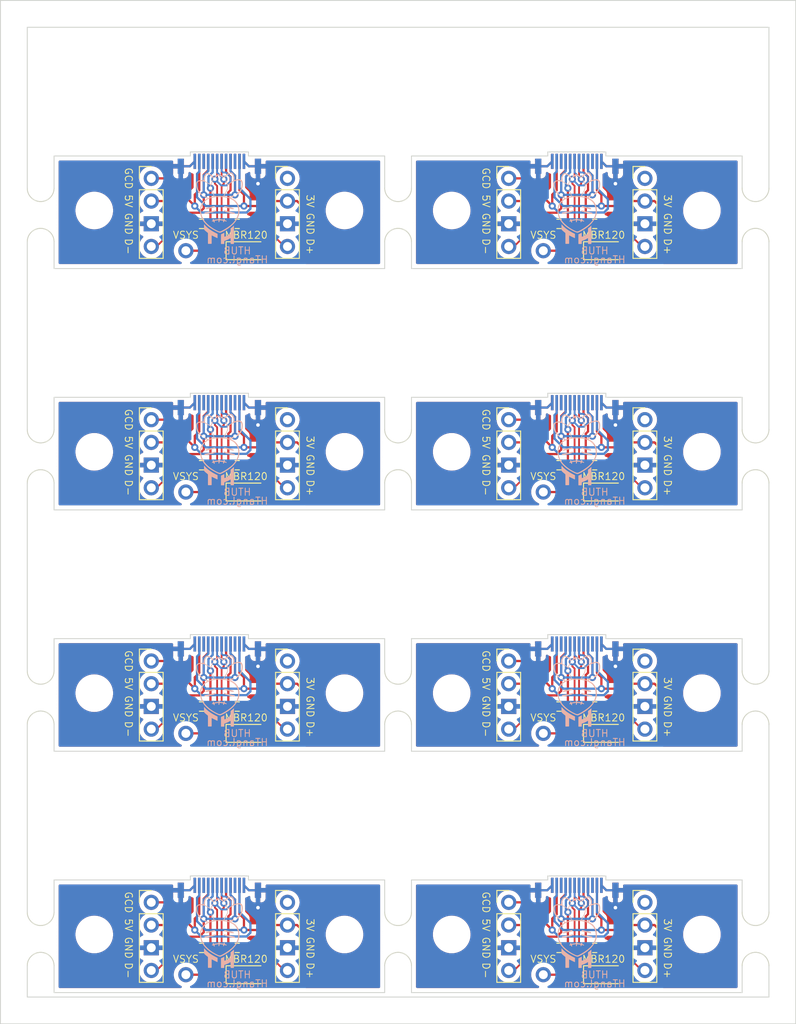
<source format=kicad_pcb>
(kicad_pcb (version 20211014) (generator pcbnew)
  (layers (0 "F.Cu" signal) (31 "B.Cu" signal) (34 "B.Paste" user) (35 "F.Paste" user) (36 "B.SilkS" user "B.Silkscreen") (37 "F.SilkS" user "F.Silkscreen") (38 "B.Mask" user) (39 "F.Mask" user) (44 "Edge.Cuts" user))
  (net 0 "")
  (net 1 "Net-(R1-Pad1)")
  (net 2 "GND")
  (net 3 "Net-(R2-Pad1)")
  (net 4 "+3V3")
  (net 6 "+5V")
  (net 7 "D+")
  (net 8 "D-")
  (net 11 "GCD")
  (net 15 "VSYS")
  (footprint "Diode_SMD:D_SOD-123" (layer "F.Cu") (at 83 50)
    (fp_text reference "D1" hide)
    (fp_text value "MBR120" hide)
  )
  (footprint "MountingHole:MountingHole_3.2mm_M3" (layer "F.Cu") (at 94 126.5)
    (fp_text reference "REF**" hide)
    (fp_text value "MountingHole_3.2mm_M3" hide)
  )
  (footprint "HTangl:Xunpu C2856665 USBC Straddle Mount" (layer "F.Cu") (at 40 40)
    (fp_text reference "U1" hide)
    (fp_text value "USB_C_Receptacle" hide)
  )
  (footprint "Connector_PinHeader_2.54mm:PinHeader_1x01_P2.54mm_Vertical" (layer "F.Cu") (at 36.25 131)
    (fp_text reference "VSYS")
    (fp_text value "PinHeader_1x01_P2.54mm_Vertical" hide)
  )
  (footprint "Connector_PinHeader_2.54mm:PinHeader_1x04_P2.54mm_Vertical" (layer "F.Cu") (at 72.38 122.905)
    (fp_text reference "REF**" hide)
    (fp_text value "PinHeader_1x04_P2.54mm_Vertical" hide)
  )
  (footprint "Diode_SMD:D_SOD-123" (layer "F.Cu") (at 83 131)
    (fp_text reference "D1" hide)
    (fp_text value "MBR120" hide)
  )
  (footprint "Connector_PinHeader_2.54mm:PinHeader_1x01_P2.54mm_Vertical" (layer "F.Cu") (at 76.25 104)
    (fp_text reference "VSYS")
    (fp_text value "PinHeader_1x01_P2.54mm_Vertical" hide)
  )
  (footprint "Connector_PinHeader_2.54mm:PinHeader_1x04_P2.54mm_Vertical" (layer "F.Cu") (at 32.38 95.905)
    (fp_text reference "REF**" hide)
    (fp_text value "PinHeader_1x04_P2.54mm_Vertical" hide)
  )
  (footprint "Connector_PinHeader_2.54mm:PinHeader_1x04_P2.54mm_Vertical" (layer "F.Cu") (at 47.62 95.905)
    (fp_text reference "REF**" hide)
    (fp_text value "PinHeader_1x04_P2.54mm_Vertical" hide)
  )
  (footprint "Panelization:mouse-bite-3mm-slot" (layer "F.Cu") (at 20 127 90)
    (fp_text reference "mouse-bite-3mm-slot" hide)
    (fp_text value "VAL**" hide)
  )
  (footprint "Panelization:mouse-bite-3mm-slot" (layer "F.Cu") (at 20 46 90)
    (fp_text reference "mouse-bite-3mm-slot" hide)
    (fp_text value "VAL**" hide)
  )
  (footprint "Connector_PinHeader_2.54mm:PinHeader_1x04_P2.54mm_Vertical" (layer "F.Cu") (at 32.38 68.905)
    (fp_text reference "REF**" hide)
    (fp_text value "PinHeader_1x04_P2.54mm_Vertical" hide)
  )
  (footprint "Connector_PinHeader_2.54mm:PinHeader_1x01_P2.54mm_Vertical" (layer "F.Cu") (at 36.25 77)
    (fp_text reference "VSYS")
    (fp_text value "PinHeader_1x01_P2.54mm_Vertical" hide)
  )
  (footprint "MountingHole:MountingHole_3.2mm_M3" (layer "F.Cu") (at 26 45.5)
    (fp_text reference "REF**" hide)
    (fp_text value "MountingHole_3.2mm_M3" hide)
  )
  (footprint "MountingHole:MountingHole_3.2mm_M3" (layer "F.Cu") (at 54 72.5)
    (fp_text reference "REF**" hide)
    (fp_text value "MountingHole_3.2mm_M3" hide)
  )
  (footprint "Resistor_SMD:R_0603_1608Metric" (layer "F.Cu") (at 42 101)
    (fp_text reference "R2" hide)
    (fp_text value "5.1k")
  )
  (footprint "Panelization:mouse-bite-3mm-slot" (layer "F.Cu") (at 20 100 90)
    (fp_text reference "mouse-bite-3mm-slot" hide)
    (fp_text value "VAL**" hide)
  )
  (footprint "HTangl:Xunpu C2856665 USBC Straddle Mount" (layer "F.Cu") (at 80 40)
    (fp_text reference "U1" hide)
    (fp_text value "USB_C_Receptacle" hide)
  )
  (footprint "Connector_PinHeader_2.54mm:PinHeader_1x04_P2.54mm_Vertical" (layer "F.Cu") (at 47.62 122.905)
    (fp_text reference "REF**" hide)
    (fp_text value "PinHeader_1x04_P2.54mm_Vertical" hide)
  )
  (footprint "Resistor_SMD:R_0603_1608Metric" (layer "F.Cu") (at 78 101 180)
    (fp_text reference "R1" hide)
    (fp_text value "5.1k")
  )
  (footprint "Diode_SMD:D_SOD-123" (layer "F.Cu") (at 43 50)
    (fp_text reference "D1" hide)
    (fp_text value "MBR120" hide)
  )
  (footprint "Connector_PinHeader_2.54mm:PinHeader_1x04_P2.54mm_Vertical" (layer "F.Cu") (at 87.62 68.905)
    (fp_text reference "REF**" hide)
    (fp_text value "PinHeader_1x04_P2.54mm_Vertical" hide)
  )
  (footprint "HTangl:Xunpu C2856665 USBC Straddle Mount" (layer "F.Cu") (at 80 121)
    (fp_text reference "U1" hide)
    (fp_text value "USB_C_Receptacle" hide)
  )
  (footprint "Diode_SMD:D_SOD-123" (layer "F.Cu") (at 43 131)
    (fp_text reference "D1" hide)
    (fp_text value "MBR120" hide)
  )
  (footprint "Resistor_SMD:R_0603_1608Metric" (layer "F.Cu") (at 82 101)
    (fp_text reference "R2" hide)
    (fp_text value "5.1k")
  )
  (footprint "Connector_PinHeader_2.54mm:PinHeader_1x01_P2.54mm_Vertical" (layer "F.Cu") (at 76.25 50)
    (fp_text reference "VSYS")
    (fp_text value "PinHeader_1x01_P2.54mm_Vertical" hide)
  )
  (footprint "Panelization:mouse-bite-3mm-slot" (layer "F.Cu") (at 60 127 90)
    (fp_text reference "mouse-bite-3mm-slot" hide)
    (fp_text value "VAL**" hide)
  )
  (footprint "Connector_PinHeader_2.54mm:PinHeader_1x04_P2.54mm_Vertical" (layer "F.Cu") (at 72.38 68.905)
    (fp_text reference "REF**" hide)
    (fp_text value "PinHeader_1x04_P2.54mm_Vertical" hide)
  )
  (footprint "Connector_PinHeader_2.54mm:PinHeader_1x01_P2.54mm_Vertical" (layer "F.Cu") (at 36.25 104)
    (fp_text reference "VSYS")
    (fp_text value "PinHeader_1x01_P2.54mm_Vertical" hide)
  )
  (footprint "HTangl:Xunpu C2856665 USBC Straddle Mount" (layer "F.Cu") (at 80 67)
    (fp_text reference "U1" hide)
    (fp_text value "USB_C_Receptacle" hide)
  )
  (footprint "Panelization:mouse-bite-3mm-slot" (layer "F.Cu") (at 100 73 90)
    (fp_text reference "mouse-bite-3mm-slot" hide)
    (fp_text value "VAL**" hide)
  )
  (footprint "MountingHole:MountingHole_3.2mm_M3" (layer "F.Cu") (at 94 45.5)
    (fp_text reference "REF**" hide)
    (fp_text value "MountingHole_3.2mm_M3" hide)
  )
  (footprint "HTangl:Xunpu C2856665 USBC Straddle Mount" (layer "F.Cu") (at 40 67)
    (fp_text reference "U1" hide)
    (fp_text value "USB_C_Receptacle" hide)
  )
  (footprint "MountingHole:MountingHole_3.2mm_M3" (layer "F.Cu") (at 26 72.5)
    (fp_text reference "REF**" hide)
    (fp_text value "MountingHole_3.2mm_M3" hide)
  )
  (footprint "MountingHole:MountingHole_3.2mm_M3" (layer "F.Cu") (at 54 99.5)
    (fp_text reference "REF**" hide)
    (fp_text value "MountingHole_3.2mm_M3" hide)
  )
  (footprint "MountingHole:MountingHole_3.2mm_M3" (layer "F.Cu") (at 66 72.5)
    (fp_text reference "REF**" hide)
    (fp_text value "MountingHole_3.2mm_M3" hide)
  )
  (footprint "Diode_SMD:D_SOD-123" (layer "F.Cu") (at 43 77)
    (fp_text reference "D1" hide)
    (fp_text value "MBR120" hide)
  )
  (footprint "Resistor_SMD:R_0603_1608Metric" (layer "F.Cu") (at 42 74)
    (fp_text reference "R2" hide)
    (fp_text value "5.1k")
  )
  (footprint "MountingHole:MountingHole_3.2mm_M3" (layer "F.Cu") (at 54 45.5)
    (fp_text reference "REF**" hide)
    (fp_text value "MountingHole_3.2mm_M3" hide)
  )
  (footprint "Connector_PinHeader_2.54mm:PinHeader_1x01_P2.54mm_Vertical" (layer "F.Cu") (at 76.25 77)
    (fp_text reference "VSYS")
    (fp_text value "PinHeader_1x01_P2.54mm_Vertical" hide)
  )
  (footprint "Connector_PinHeader_2.54mm:PinHeader_1x04_P2.54mm_Vertical" (layer "F.Cu") (at 32.38 41.905)
    (fp_text reference "REF**" hide)
    (fp_text value "PinHeader_1x04_P2.54mm_Vertical" hide)
  )
  (footprint "Panelization:mouse-bite-3mm-slot" (layer "F.Cu") (at 100 46 90)
    (fp_text reference "mouse-bite-3mm-slot" hide)
    (fp_text value "VAL**" hide)
  )
  (footprint "MountingHole:MountingHole_3.2mm_M3" (layer "F.Cu") (at 66 126.5)
    (fp_text reference "REF**" hide)
    (fp_text value "MountingHole_3.2mm_M3" hide)
  )
  (footprint "Connector_PinHeader_2.54mm:PinHeader_1x01_P2.54mm_Vertical" (layer "F.Cu") (at 36.25 50)
    (fp_text reference "VSYS")
    (fp_text value "PinHeader_1x01_P2.54mm_Vertical" hide)
  )
  (footprint "Resistor_SMD:R_0603_1608Metric" (layer "F.Cu") (at 42 128)
    (fp_text reference "R2" hide)
    (fp_text value "5.1k")
  )
  (footprint "Resistor_SMD:R_0603_1608Metric" (layer "F.Cu") (at 78 128 180)
    (fp_text reference "R1" hide)
    (fp_text value "5.1k")
  )
  (footprint "MountingHole:MountingHole_3.2mm_M3" (layer "F.Cu") (at 26 126.5)
    (fp_text reference "REF**" hide)
    (fp_text value "MountingHole_3.2mm_M3" hide)
  )
  (footprint "Diode_SMD:D_SOD-123" (layer "F.Cu") (at 83 77)
    (fp_text reference "D1" hide)
    (fp_text value "MBR120" hide)
  )
  (footprint "Diode_SMD:D_SOD-123" (layer "F.Cu") (at 43 104)
    (fp_text reference "D1" hide)
    (fp_text value "MBR120" hide)
  )
  (footprint "Connector_PinHeader_2.54mm:PinHeader_1x04_P2.54mm_Vertical" (layer "F.Cu") (at 72.38 95.905)
    (fp_text reference "REF**" hide)
    (fp_text value "PinHeader_1x04_P2.54mm_Vertical" hide)
  )
  (footprint "Panelization:mouse-bite-3mm-slot" (layer "F.Cu") (at 60 46 90)
    (fp_text reference "mouse-bite-3mm-slot" hide)
    (fp_text value "VAL**" hide)
  )
  (footprint "Resistor_SMD:R_0603_1608Metric" (layer "F.Cu") (at 78 74 180)
    (fp_text reference "R1" hide)
    (fp_text value "5.1k")
  )
  (footprint "MountingHole:MountingHole_3.2mm_M3" (layer "F.Cu") (at 66 45.5)
    (fp_text reference "REF**" hide)
    (fp_text value "MountingHole_3.2mm_M3" hide)
  )
  (footprint "Resistor_SMD:R_0603_1608Metric" (layer "F.Cu") (at 42 47)
    (fp_text reference "R2" hide)
    (fp_text value "5.1k")
  )
  (footprint "MountingHole:MountingHole_3.2mm_M3" (layer "F.Cu") (at 66 99.5)
    (fp_text reference "REF**" hide)
    (fp_text value "MountingHole_3.2mm_M3" hide)
  )
  (footprint "Panelization:mouse-bite-3mm-slot" (layer "F.Cu") (at 100 100 90)
    (fp_text reference "mouse-bite-3mm-slot" hide)
    (fp_text value "VAL**" hide)
  )
  (footprint "Connector_PinHeader_2.54mm:PinHeader_1x04_P2.54mm_Vertical" (layer "F.Cu") (at 87.62 41.905)
    (fp_text reference "REF**" hide)
    (fp_text value "PinHeader_1x04_P2.54mm_Vertical" hide)
  )
  (footprint "MountingHole:MountingHole_3.2mm_M3" (layer "F.Cu") (at 94 72.5)
    (fp_text reference "REF**" hide)
    (fp_text value "MountingHole_3.2mm_M3" hide)
  )
  (footprint "Resistor_SMD:R_0603_1608Metric" (layer "F.Cu") (at 38 101 180)
    (fp_text reference "R1" hide)
    (fp_text value "5.1k")
  )
  (footprint "HTangl:Xunpu C2856665 USBC Straddle Mount" (layer "F.Cu") (at 40 121)
    (fp_text reference "U1" hide)
    (fp_text value "USB_C_Receptacle" hide)
  )
  (footprint "MountingHole:MountingHole_3.2mm_M3" (layer "F.Cu") (at 54 126.5)
    (fp_text reference "REF**" hide)
    (fp_text value "MountingHole_3.2mm_M3" hide)
  )
  (footprint "Connector_PinHeader_2.54mm:PinHeader_1x04_P2.54mm_Vertical" (layer "F.Cu") (at 87.62 95.905)
    (fp_text reference "REF**" hide)
    (fp_text value "PinHeader_1x04_P2.54mm_Vertical" hide)
  )
  (footprint "Resistor_SMD:R_0603_1608Metric" (layer "F.Cu") (at 78 47 180)
    (fp_text reference "R1" hide)
    (fp_text value "5.1k")
  )
  (footprint "MountingHole:MountingHole_3.2mm_M3" (layer "F.Cu") (at 94 99.5)
    (fp_text reference "REF**" hide)
    (fp_text value "MountingHole_3.2mm_M3" hide)
  )
  (footprint "Resistor_SMD:R_0603_1608Metric" (layer "F.Cu") (at 38 74 180)
    (fp_text reference "R1" hide)
    (fp_text value "5.1k")
  )
  (footprint "Resistor_SMD:R_0603_1608Metric" (layer "F.Cu") (at 38 128 180)
    (fp_text reference "R1" hide)
    (fp_text value "5.1k")
  )
  (footprint "Panelization:mouse-bite-3mm-slot" (layer "F.Cu") (at 60 73 90)
    (fp_text reference "mouse-bite-3mm-slot" hide)
    (fp_text value "VAL**" hide)
  )
  (footprint "HTangl:Xunpu C2856665 USBC Straddle Mount" (layer "F.Cu") (at 40 94)
    (fp_text reference "U1" hide)
    (fp_text value "USB_C_Receptacle" hide)
  )
  (footprint "Resistor_SMD:R_0603_1608Metric" (layer "F.Cu") (at 82 47)
    (fp_text reference "R2" hide)
    (fp_text value "5.1k")
  )
  (footprint "MountingHole:MountingHole_3.2mm_M3" (layer "F.Cu") (at 26 99.5)
    (fp_text reference "REF**" hide)
    (fp_text value "MountingHole_3.2mm_M3" hide)
  )
  (footprint "Connector_PinHeader_2.54mm:PinHeader_1x04_P2.54mm_Vertical" (layer "F.Cu") (at 72.38 41.905)
    (fp_text reference "REF**" hide)
    (fp_text value "PinHeader_1x04_P2.54mm_Vertical" hide)
  )
  (footprint "Resistor_SMD:R_0603_1608Metric" (layer "F.Cu") (at 38 47 180)
    (fp_text reference "R1" hide)
    (fp_text value "5.1k")
  )
  (footprint "Connector_PinHeader_2.54mm:PinHeader_1x04_P2.54mm_Vertical" (layer "F.Cu") (at 47.62 41.905)
    (fp_text reference "REF**" hide)
    (fp_text value "PinHeader_1x04_P2.54mm_Vertical" hide)
  )
  (footprint "Panelization:mouse-bite-3mm-slot" (layer "F.Cu") (at 20 73 90)
    (fp_text reference "mouse-bite-3mm-slot" hide)
    (fp_text value "VAL**" hide)
  )
  (footprint "Panelization:mouse-bite-3mm-slot" (layer "F.Cu") (at 100 127 90)
    (fp_text reference "mouse-bite-3mm-slot" hide)
    (fp_text value "VAL**" hide)
  )
  (footprint "Resistor_SMD:R_0603_1608Metric" (layer "F.Cu") (at 82 74)
    (fp_text reference "R2" hide)
    (fp_text value "5.1k")
  )
  (footprint "Connector_PinHeader_2.54mm:PinHeader_1x04_P2.54mm_Vertical" (layer "F.Cu") (at 32.38 122.905)
    (fp_text reference "REF**" hide)
    (fp_text value "PinHeader_1x04_P2.54mm_Vertical" hide)
  )
  (footprint "Connector_PinHeader_2.54mm:PinHeader_1x04_P2.54mm_Vertical" (layer "F.Cu") (at 87.62 122.905)
    (fp_text reference "REF**" hide)
    (fp_text value "PinHeader_1x04_P2.54mm_Vertical" hide)
  )
  (footprint "Connector_PinHeader_2.54mm:PinHeader_1x01_P2.54mm_Vertical" (layer "F.Cu") (at 76.25 131)
    (fp_text reference "VSYS")
    (fp_text value "PinHeader_1x01_P2.54mm_Vertical" hide)
  )
  (footprint "Diode_SMD:D_SOD-123" (layer "F.Cu") (at 83 104)
    (fp_text reference "D1" hide)
    (fp_text value "MBR120" hide)
  )
  (footprint "Connector_PinHeader_2.54mm:PinHeader_1x04_P2.54mm_Vertical" (layer "F.Cu") (at 47.62 68.905)
    (fp_text reference "REF**" hide)
    (fp_text value "PinHeader_1x04_P2.54mm_Vertical" hide)
  )
  (footprint "HTangl:Xunpu C2856665 USBC Straddle Mount" (layer "F.Cu") (at 80 94)
    (fp_text reference "U1" hide)
    (fp_text value "USB_C_Receptacle" hide)
  )
  (footprint "Resistor_SMD:R_0603_1608Metric" (layer "F.Cu") (at 82 128)
    (fp_text reference "R2" hide)
    (fp_text value "5.1k")
  )
  (footprint "Panelization:mouse-bite-3mm-slot" (layer "F.Cu") (at 60 100 90)
    (fp_text reference "mouse-bite-3mm-slot" hide)
    (fp_text value "VAL**" hide)
  )
  (footprint "htangl:HTurnip_Tiny" (layer "B.Cu") (at 80 45.25 180)
    (fp_text reference "G***" hide)
    (fp_text value "LOGO" hide)
  )
  (footprint "htangl:HTurnip_Tiny" (layer "B.Cu") (at 80 126.25 180)
    (fp_text reference "G***" hide)
    (fp_text value "LOGO" hide)
  )
  (footprint "htangl:HTurnip_Tiny" (layer "B.Cu") (at 40 72.25 180)
    (fp_text reference "G***" hide)
    (fp_text value "LOGO" hide)
  )
  (footprint "htangl:HTurnip_Tiny" (layer "B.Cu") (at 40 126.25 180)
    (fp_text reference "G***" hide)
    (fp_text value "LOGO" hide)
  )
  (footprint "htangl:HTurnip_Tiny" (layer "B.Cu") (at 40 45.25 180)
    (fp_text reference "G***" hide)
    (fp_text value "LOGO" hide)
  )
  (footprint "htangl:HTurnip_Tiny" (layer "B.Cu") (at 80 72.25 180)
    (fp_text reference "G***" hide)
    (fp_text value "LOGO" hide)
  )
  (footprint "htangl:HTurnip_Tiny" (layer "B.Cu") (at 80 99.25 180)
    (fp_text reference "G***" hide)
    (fp_text value "LOGO" hide)
  )
  (footprint "htangl:HTurnip_Tiny" (layer "B.Cu") (at 40 99.25 180)
    (fp_text reference "G***" hide)
    (fp_text value "LOGO" hide)
  )
  (gr_line (start 21.5 79) (end 58.5 79) (layer "Edge.Cuts") (width 0.1))
  (gr_line (start 21.5 106) (end 58.5 106) (layer "Edge.Cuts") (width 0.1))
  (gr_line (start 98.5 103) (end 98.5 106) (layer "Edge.Cuts") (width 0.1))
  (gr_line (start 36.75 120.4) (end 21.5 120.4) (layer "Edge.Cuts") (width 0.1))
  (gr_line (start 76.75 38.95) (end 83.25 38.95) (layer "Edge.Cuts") (width 0.1))
  (gr_arc (start 58.5 130) (mid 60 128.5) (end 61.5 130) (layer "Edge.Cuts") (width 0.1))
  (gr_line (start 36.75 39.4) (end 21.5 39.4) (layer "Edge.Cuts") (width 0.1))
  (gr_line (start 21.5 52) (end 58.5 52) (layer "Edge.Cuts") (width 0.1))
  (gr_arc (start 61.5 97) (mid 60 98.5) (end 58.5 97) (layer "Edge.Cuts") (width 0.1))
  (gr_arc (start 61.5 43) (mid 60 44.5) (end 58.5 43) (layer "Edge.Cuts") (width 0.1))
  (gr_line (start 58.5 124) (end 58.5 120.4) (layer "Edge.Cuts") (width 0.1))
  (gr_line (start 58.5 70) (end 58.5 66.4) (layer "Edge.Cuts") (width 0.1))
  (gr_line (start 43.25 65.95) (end 43.25 66.4) (layer "Edge.Cuts") (width 0.1))
  (gr_line (start 83.25 120.4) (end 98.5 120.4) (layer "Edge.Cuts") (width 0.1))
  (gr_line (start 76.75 92.95) (end 83.25 92.95) (layer "Edge.Cuts") (width 0.1))
  (gr_arc (start 18.5 76) (mid 20 74.5) (end 21.5 76) (layer "Edge.Cuts") (width 0.1))
  (gr_line (start 61.5 70) (end 61.5 66.4) (layer "Edge.Cuts") (width 0.1))
  (gr_line (start 83.25 92.95) (end 83.25 93.4) (layer "Edge.Cuts") (width 0.1))
  (gr_line (start 101.5 76) (end 101.5 97) (layer "Edge.Cuts") (width 0.1))
  (gr_line (start 36.75 92.95) (end 43.25 92.95) (layer "Edge.Cuts") (width 0.1))
  (gr_line (start 36.75 38.95) (end 43.25 38.95) (layer "Edge.Cuts") (width 0.1))
  (gr_line (start 83.25 65.95) (end 83.25 66.4) (layer "Edge.Cuts") (width 0.1))
  (gr_line (start 21.5 130) (end 21.5 133) (layer "Edge.Cuts") (width 0.1))
  (gr_line (start 98.5 70) (end 98.5 66.4) (layer "Edge.Cuts") (width 0.1))
  (gr_line (start 21.5 103) (end 21.5 106) (layer "Edge.Cuts") (width 0.1))
  (gr_line (start 43.25 66.4) (end 58.5 66.4) (layer "Edge.Cuts") (width 0.1))
  (gr_arc (start 18.5 103) (mid 20 101.5) (end 21.5 103) (layer "Edge.Cuts") (width 0.1))
  (gr_line (start 76.75 92.95) (end 76.75 93.4) (layer "Edge.Cuts") (width 0.1))
  (gr_line (start 43.25 92.95) (end 43.25 93.4) (layer "Edge.Cuts") (width 0.1))
  (gr_arc (start 101.5 70) (mid 100 71.5) (end 98.5 70) (layer "Edge.Cuts") (width 0.1))
  (gr_line (start 21.5 70) (end 21.5 66.4) (layer "Edge.Cuts") (width 0.1))
  (gr_line (start 76.75 120.4) (end 61.5 120.4) (layer "Edge.Cuts") (width 0.1))
  (gr_line (start 101.5 103) (end 101.5 124) (layer "Edge.Cuts") (width 0.1))
  (gr_line (start 61.5 97) (end 61.5 93.4) (layer "Edge.Cuts") (width 0.1))
  (gr_arc (start 98.5 49) (mid 100 47.5) (end 101.5 49) (layer "Edge.Cuts") (width 0.1))
  (gr_line (start 98.5 97) (end 98.5 93.4) (layer "Edge.Cuts") (width 0.1))
  (gr_line (start 98.5 43) (end 98.5 39.4) (layer "Edge.Cuts") (width 0.1))
  (gr_line (start 21.5 43) (end 21.5 39.4) (layer "Edge.Cuts") (width 0.1))
  (gr_arc (start 18.5 130) (mid 20 128.5) (end 21.5 130) (layer "Edge.Cuts") (width 0.1))
  (gr_line (start 21.5 49) (end 21.5 52) (layer "Edge.Cuts") (width 0.1))
  (gr_line (start 98.5 76) (end 98.5 79) (layer "Edge.Cuts") (width 0.1))
  (gr_arc (start 18.5 49) (mid 20 47.5) (end 21.5 49) (layer "Edge.Cuts") (width 0.1))
  (gr_arc (start 61.5 70) (mid 60 71.5) (end 58.5 70) (layer "Edge.Cuts") (width 0.1))
  (gr_line (start 76.75 38.95) (end 76.75 39.4) (layer "Edge.Cuts") (width 0.1))
  (gr_line (start 83.25 39.4) (end 98.5 39.4) (layer "Edge.Cuts") (width 0.1))
  (gr_line (start 43.25 39.4) (end 58.5 39.4) (layer "Edge.Cuts") (width 0.1))
  (gr_line (start 43.25 93.4) (end 58.5 93.4) (layer "Edge.Cuts") (width 0.1))
  (gr_line (start 61.5 79) (end 98.5 79) (layer "Edge.Cuts") (width 0.1))
  (gr_line (start 61.5 130) (end 61.5 133) (layer "Edge.Cuts") (width 0.1))
  (gr_line (start 76.75 93.4) (end 61.5 93.4) (layer "Edge.Cuts") (width 0.1))
  (gr_line (start 76.75 119.95) (end 76.75 120.4) (layer "Edge.Cuts") (width 0.1))
  (gr_line (start 101.5 25) (end 101.5 43) (layer "Edge.Cuts") (width 0.1))
  (gr_arc (start 98.5 130) (mid 100 128.5) (end 101.5 130) (layer "Edge.Cuts") (width 0.1))
  (gr_line (start 98.5 130) (end 98.5 133) (layer "Edge.Cuts") (width 0.1))
  (gr_line (start 43.25 38.95) (end 43.25 39.4) (layer "Edge.Cuts") (width 0.1))
  (gr_line (start 76.75 66.4) (end 61.5 66.4) (layer "Edge.Cuts") (width 0.1))
  (gr_line (start 98.5 124) (end 98.5 120.4) (layer "Edge.Cuts") (width 0.1))
  (gr_arc (start 98.5 103) (mid 100 101.5) (end 101.5 103) (layer "Edge.Cuts") (width 0.1))
  (gr_line (start 83.25 93.4) (end 98.5 93.4) (layer "Edge.Cuts") (width 0.1))
  (gr_line (start 76.75 65.95) (end 76.75 66.4) (layer "Edge.Cuts") (width 0.1))
  (gr_line (start 61.5 106) (end 98.5 106) (layer "Edge.Cuts") (width 0.1))
  (gr_arc (start 98.5 76) (mid 100 74.5) (end 101.5 76) (layer "Edge.Cuts") (width 0.1))
  (gr_line (start 18.5 25) (end 101.5 25) (layer "Edge.Cuts") (width 0.1))
  (gr_arc (start 101.5 97) (mid 100 98.5) (end 98.5 97) (layer "Edge.Cuts") (width 0.1))
  (gr_line (start 83.25 119.95) (end 83.25 120.4) (layer "Edge.Cuts") (width 0.1))
  (gr_line (start 36.75 92.95) (end 36.75 93.4) (layer "Edge.Cuts") (width 0.1))
  (gr_arc (start 58.5 103) (mid 60 101.5) (end 61.5 103) (layer "Edge.Cuts") (width 0.1))
  (gr_line (start 43.25 119.95) (end 43.25 120.4) (layer "Edge.Cuts") (width 0.1))
  (gr_line (start 83.25 66.4) (end 98.5 66.4) (layer "Edge.Cuts") (width 0.1))
  (gr_line (start 58.5 103) (end 58.5 106) (layer "Edge.Cuts") (width 0.1))
  (gr_line (start 36.75 65.95) (end 36.75 66.4) (layer "Edge.Cuts") (width 0.1))
  (gr_line (start 18.5 76) (end 18.5 97) (layer "Edge.Cuts") (width 0.1))
  (gr_line (start 36.75 66.4) (end 21.5 66.4) (layer "Edge.Cuts") (width 0.1))
  (gr_arc (start 101.5 124) (mid 100 125.5) (end 98.5 124) (layer "Edge.Cuts") (width 0.1))
  (gr_line (start 58.5 43) (end 58.5 39.4) (layer "Edge.Cuts") (width 0.1))
  (gr_arc (start 21.5 70) (mid 20 71.5) (end 18.5 70) (layer "Edge.Cuts") (width 0.1))
  (gr_line (start 76.75 119.95) (end 83.25 119.95) (layer "Edge.Cuts") (width 0.1))
  (gr_line (start 61.5 52) (end 98.5 52) (layer "Edge.Cuts") (width 0.1))
  (gr_arc (start 58.5 76) (mid 60 74.5) (end 61.5 76) (layer "Edge.Cuts") (width 0.1))
  (gr_line (start 61.5 76) (end 61.5 79) (layer "Edge.Cuts") (width 0.1))
  (gr_line (start 21.5 124) (end 21.5 120.4) (layer "Edge.Cuts") (width 0.1))
  (gr_line (start 104.5 22) (end 104.5 136.5) (layer "Edge.Cuts") (width 0.1))
  (gr_line (start 98.5 49) (end 98.5 52) (layer "Edge.Cuts") (width 0.1))
  (gr_line (start 36.75 119.95) (end 36.75 120.4) (layer "Edge.Cuts") (width 0.1))
  (gr_line (start 18.5 49) (end 18.5 70) (layer "Edge.Cuts") (width 0.1))
  (gr_arc (start 61.5 124) (mid 60 125.5) (end 58.5 124) (layer "Edge.Cuts") (width 0.1))
  (gr_line (start 101.5 49) (end 101.5 70) (layer "Edge.Cuts") (width 0.1))
  (gr_line (start 36.75 38.95) (end 36.75 39.4) (layer "Edge.Cuts") (width 0.1))
  (gr_line (start 36.75 93.4) (end 21.5 93.4) (layer "Edge.Cuts") (width 0.1))
  (gr_line (start 76.75 65.95) (end 83.25 65.95) (layer "Edge.Cuts") (width 0.1))
  (gr_line (start 18.5 130) (end 18.5 133.5) (layer "Edge.Cuts") (width 0.1))
  (gr_line (start 18.5 133.5) (end 101.5 133.5) (layer "Edge.Cuts") (width 0.1))
  (gr_line (start 21.5 133) (end 58.5 133) (layer "Edge.Cuts") (width 0.1))
  (gr_line (start 58.5 130) (end 58.5 133) (layer "Edge.Cuts") (width 0.1))
  (gr_line (start 15.5 22) (end 104.5 22) (layer "Edge.Cuts") (width 0.1))
  (gr_line (start 101.5 133.5) (end 101.5 130) (layer "Edge.Cuts") (width 0.1))
  (gr_line (start 61.5 49) (end 61.5 52) (layer "Edge.Cuts") (width 0.1))
  (gr_line (start 36.75 65.95) (end 43.25 65.95) (layer "Edge.Cuts") (width 0.1))
  (gr_line (start 83.25 38.95) (end 83.25 39.4) (layer "Edge.Cuts") (width 0.1))
  (gr_arc (start 21.5 97) (mid 20 98.5) (end 18.5 97) (layer "Edge.Cuts") (width 0.1))
  (gr_line (start 61.5 133) (end 98.5 133) (layer "Edge.Cuts") (width 0.1))
  (gr_line (start 58.5 76) (end 58.5 79) (layer "Edge.Cuts") (width 0.1))
  (gr_line (start 18.5 103) (end 18.5 124) (layer "Edge.Cuts") (width 0.1))
  (gr_line (start 58.5 97) (end 58.5 93.4) (layer "Edge.Cuts") (width 0.1))
  (gr_arc (start 58.5 49) (mid 60 47.5) (end 61.5 49) (layer "Edge.Cuts") (width 0.1))
  (gr_line (start 15.5 136.5) (end 15.5 22) (layer "Edge.Cuts") (width 0.1))
  (gr_line (start 58.5 49) (end 58.5 52) (layer "Edge.Cuts") (width 0.1))
  (gr_line (start 21.5 76) (end 21.5 79) (layer "Edge.Cuts") (width 0.1))
  (gr_line (start 104.5 136.5) (end 15.5 136.5) (layer "Edge.Cuts") (width 0.1))
  (gr_line (start 76.75 39.4) (end 61.5 39.4) (layer "Edge.Cuts") (width 0.1))
  (gr_line (start 21.5 97) (end 21.5 93.4) (layer "Edge.Cuts") (width 0.1))
  (gr_line (start 61.5 103) (end 61.5 106) (layer "Edge.Cuts") (width 0.1))
  (gr_line (start 18.5 43) (end 18.5 25) (layer "Edge.Cuts") (width 0.1))
  (gr_line (start 61.5 43) (end 61.5 39.4) (layer "Edge.Cuts") (width 0.1))
  (gr_arc (start 101.5 43) (mid 100 44.5) (end 98.5 43) (layer "Edge.Cuts") (width 0.1))
  (gr_line (start 36.75 119.95) (end 43.25 119.95) (layer "Edge.Cuts") (width 0.1))
  (gr_line (start 61.5 124) (end 61.5 120.4) (layer "Edge.Cuts") (width 0.1))
  (gr_arc (start 21.5 43) (mid 20 44.5) (end 18.5 43) (layer "Edge.Cuts") (width 0.1))
  (gr_arc (start 21.5 124) (mid 20 125.5) (end 18.5 124) (layer "Edge.Cuts") (width 0.1))
  (gr_line (start 43.25 120.4) (end 58.5 120.4) (layer "Edge.Cuts") (width 0.1))
  (gr_text "HTangl.com" (at 42 78) (layer "B.SilkS") (effects (font (size 0.8 0.8) (thickness 0.1)) (justify mirror)))
  (gr_text "HTangl.com" (at 82 105) (layer "B.SilkS") (effects (font (size 0.8 0.8) (thickness 0.1)) (justify mirror)))
  (gr_text "HTangl.com" (at 82 78) (layer "B.SilkS") (effects (font (size 0.8 0.8) (thickness 0.1)) (justify mirror)))
  (gr_text "HTUB" (at 82 104) (layer "B.SilkS") (effects (font (size 0.8 0.8) (thickness 0.1)) (justify mirror)))
  (gr_text "HTangl.com" (at 82 132) (layer "B.SilkS") (effects (font (size 0.8 0.8) (thickness 0.1)) (justify mirror)))
  (gr_text "HTUB" (at 42 104) (layer "B.SilkS") (effects (font (size 0.8 0.8) (thickness 0.1)) (justify mirror)))
  (gr_text "HTangl.com" (at 42 132) (layer "B.SilkS") (effects (font (size 0.8 0.8) (thickness 0.1)) (justify mirror)))
  (gr_text "HTUB" (at 42 77) (layer "B.SilkS") (effects (font (size 0.8 0.8) (thickness 0.1)) (justify mirror)))
  (gr_text "HTangl.com" (at 82 51) (layer "B.SilkS") (effects (font (size 0.8 0.8) (thickness 0.1)) (justify mirror)))
  (gr_text "HTUB" (at 82 50) (layer "B.SilkS") (effects (font (size 0.8 0.8) (thickness 0.1)) (justify mirror)))
  (gr_text "HTUB" (at 42 50) (layer "B.SilkS") (effects (font (size 0.8 0.8) (thickness 0.1)) (justify mirror)))
  (gr_text "HTUB" (at 82 77) (layer "B.SilkS") (effects (font (size 0.8 0.8) (thickness 0.1)) (justify mirror)))
  (gr_text "HTangl.com" (at 42 51) (layer "B.SilkS") (effects (font (size 0.8 0.8) (thickness 0.1)) (justify mirror)))
  (gr_text "HTUB" (at 42 131) (layer "B.SilkS") (effects (font (size 0.8 0.8) (thickness 0.1)) (justify mirror)))
  (gr_text "HTangl.com" (at 42 105) (layer "B.SilkS") (effects (font (size 0.8 0.8) (thickness 0.1)) (justify mirror)))
  (gr_text "HTUB" (at 82 131) (layer "B.SilkS") (effects (font (size 0.8 0.8) (thickness 0.1)) (justify mirror)))
  (gr_text "GND" (at 50.16 100.985 270) (layer "F.SilkS") (effects (font (size 0.8 0.8) (thickness 0.1))))
  (gr_text "GCD" (at 29.84 95.905 270) (layer "F.SilkS") (effects (font (size 0.8 0.8) (thickness 0.1))))
  (gr_text "GND" (at 69.84 46.985 270) (layer "F.SilkS") (effects (font (size 0.8 0.8) (thickness 0.1))))
  (gr_text "GND" (at 69.84 100.985 270) (layer "F.SilkS") (effects (font (size 0.8 0.8) (thickness 0.1))))
  (gr_text "5V" (at 69.84 44.445 270) (layer "F.SilkS") (effects (font (size 0.8 0.8) (thickness 0.1))))
  (gr_text "3V" (at 50.16 71.445 270) (layer "F.SilkS") (effects (font (size 0.8 0.8) (thickness 0.1))))
  (gr_text "GCD" (at 29.84 41.905 270) (layer "F.SilkS") (effects (font (size 0.8 0.8) (thickness 0.1))))
  (gr_text "GND" (at 29.84 73.985 270) (layer "F.SilkS") (effects (font (size 0.8 0.8) (thickness 0.1))))
  (gr_text "3V" (at 90.16 98.445 270) (layer "F.SilkS") (effects (font (size 0.8 0.8) (thickness 0.1))))
  (gr_text "3V" (at 90.16 71.445 270) (layer "F.SilkS") (effects (font (size 0.8 0.8) (thickness 0.1))))
  (gr_text "GND" (at 29.84 100.985 270) (layer "F.SilkS") (effects (font (size 0.8 0.8) (thickness 0.1))))
  (gr_text "D-" (at 29.84 49.525 270) (layer "F.SilkS") (effects (font (size 0.8 0.8) (thickness 0.1))))
  (gr_text "3V" (at 50.16 98.445 270) (layer "F.SilkS") (effects (font (size 0.8 0.8) (thickness 0.1))))
  (gr_text "GCD" (at 29.84 122.905 270) (layer "F.SilkS") (effects (font (size 0.8 0.8) (thickness 0.1))))
  (gr_text "GCD" (at 29.84 68.905 270) (layer "F.SilkS") (effects (font (size 0.8 0.8) (thickness 0.1))))
  (gr_text "D-" (at 69.84 130.525 270) (layer "F.SilkS") (effects (font (size 0.8 0.8) (thickness 0.1))))
  (gr_text "GND" (at 29.84 127.985 270) (layer "F.SilkS") (effects (font (size 0.8 0.8) (thickness 0.1))))
  (gr_text "5V" (at 69.84 71.445 270) (layer "F.SilkS") (effects (font (size 0.8 0.8) (thickness 0.1))))
  (gr_text "GCD" (at 69.84 68.905 270) (layer "F.SilkS") (effects (font (size 0.8 0.8) (thickness 0.1))))
  (gr_text "D+\n" (at 90.16 49.525 270) (layer "F.SilkS") (effects (font (size 0.8 0.8) (thickness 0.1))))
  (gr_text "GND" (at 90.16 46.985 270) (layer "F.SilkS") (effects (font (size 0.8 0.8) (thickness 0.1))))
  (gr_text "GND" (at 69.84 127.985 270) (layer "F.SilkS") (effects (font (size 0.8 0.8) (thickness 0.1))))
  (gr_text "5V" (at 69.84 98.445 270) (layer "F.SilkS") (effects (font (size 0.8 0.8) (thickness 0.1))))
  (gr_text "5V" (at 29.84 71.445 270) (layer "F.SilkS") (effects (font (size 0.8 0.8) (thickness 0.1))))
  (gr_text "D+\n" (at 90.16 103.525 270) (layer "F.SilkS") (effects (font (size 0.8 0.8) (thickness 0.1))))
  (gr_text "GND" (at 50.16 46.985 270) (layer "F.SilkS") (effects (font (size 0.8 0.8) (thickness 0.1))))
  (gr_text "D+\n" (at 90.16 76.525 270) (layer "F.SilkS") (effects (font (size 0.8 0.8) (thickness 0.1))))
  (gr_text "D+\n" (at 50.16 49.525 270) (layer "F.SilkS") (effects (font (size 0.8 0.8) (thickness 0.1))))
  (gr_text "GND" (at 50.16 127.985 270) (layer "F.SilkS") (effects (font (size 0.8 0.8) (thickness 0.1))))
  (gr_text "3V" (at 90.16 44.445 270) (layer "F.SilkS") (effects (font (size 0.8 0.8) (thickness 0.1))))
  (gr_text "GND" (at 90.16 73.985 270) (layer "F.SilkS") (effects (font (size 0.8 0.8) (thickness 0.1))))
  (gr_text "5V" (at 29.84 98.445 270) (layer "F.SilkS") (effects (font (size 0.8 0.8) (thickness 0.1))))
  (gr_text "3V" (at 50.16 44.445 270) (layer "F.SilkS") (effects (font (size 0.8 0.8) (thickness 0.1))))
  (gr_text "D+\n" (at 50.16 76.525 270) (layer "F.SilkS") (effects (font (size 0.8 0.8) (thickness 0.1))))
  (gr_text "5V" (at 29.84 125.445 270) (layer "F.SilkS") (effects (font (size 0.8 0.8) (thickness 0.1))))
  (gr_text "5V" (at 29.84 44.445 270) (layer "F.SilkS") (effects (font (size 0.8 0.8) (thickness 0.1))))
  (gr_text "GCD" (at 69.84 41.905 270) (layer "F.SilkS") (effects (font (size 0.8 0.8) (thickness 0.1))))
  (gr_text "GND" (at 69.84 73.985 270) (layer "F.SilkS") (effects (font (size 0.8 0.8) (thickness 0.1))))
  (gr_text "3V" (at 90.16 125.445 270) (layer "F.SilkS") (effects (font (size 0.8 0.8) (thickness 0.1))))
  (gr_text "GCD" (at 69.84 95.905 270) (layer "F.SilkS") (effects (font (size 0.8 0.8) (thickness 0.1))))
  (gr_text "D-" (at 29.84 76.525 270) (layer "F.SilkS") (effects (font (size 0.8 0.8) (thickness 0.1))))
  (gr_text "GND" (at 90.16 100.985 270) (layer "F.SilkS") (effects (font (size 0.8 0.8) (thickness 0.1))))
  (gr_text "D-" (at 29.84 130.525 270) (layer "F.SilkS") (effects (font (size 0.8 0.8) (thickness 0.1))))
  (gr_text "GND" (at 90.16 127.985 270) (layer "F.SilkS") (effects (font (size 0.8 0.8) (thickness 0.1))))
  (gr_text "GND" (at 29.84 46.985 270) (layer "F.SilkS") (effects (font (size 0.8 0.8) (thickness 0.1))))
  (gr_text "D+\n" (at 50.16 103.525 270) (layer "F.SilkS") (effects (font (size 0.8 0.8) (thickness 0.1))))
  (gr_text "GND" (at 50.16 73.985 270) (layer "F.SilkS") (effects (font (size 0.8 0.8) (thickness 0.1))))
  (gr_text "D-" (at 69.84 103.525 270) (layer "F.SilkS") (effects (font (size 0.8 0.8) (thickness 0.1))))
  (gr_text "D+\n" (at 50.16 130.525 270) (layer "F.SilkS") (effects (font (size 0.8 0.8) (thickness 0.1))))
  (gr_text "D-" (at 69.84 76.525 270) (layer "F.SilkS") (effects (font (size 0.8 0.8) (thickness 0.1))))
  (gr_text "D+\n" (at 90.16 130.525 270) (layer "F.SilkS") (effects (font (size 0.8 0.8) (thickness 0.1))))
  (gr_text "D-" (at 69.84 49.525 270) (layer "F.SilkS") (effects (font (size 0.8 0.8) (thickness 0.1))))
  (gr_text "D-" (at 29.84 103.525 270) (layer "F.SilkS") (effects (font (size 0.8 0.8) (thickness 0.1))))
  (gr_text "GCD" (at 69.84 122.905 270) (layer "F.SilkS") (effects (font (size 0.8 0.8) (thickness 0.1))))
  (gr_text "5V" (at 69.84 125.445 270) (layer "F.SilkS") (effects (font (size 0.8 0.8) (thickness 0.1))))
  (gr_text "3V" (at 50.16 125.445 270) (layer "F.SilkS") (effects (font (size 0.8 0.8) (thickness 0.1))))
  (segment (start 39 127.825) (end 38.825 128) (width 0.25) (layer "F.Cu") (net 1))
  (segment (start 79 46.825) (end 78.825 47) (width 0.25) (layer "F.Cu") (net 1))
  (segment (start 39 73.825) (end 38.825 74) (width 0.25) (layer "F.Cu") (net 1))
  (segment (start 79 100.825) (end 78.825 101) (width 0.25) (layer "F.Cu") (net 1))
  (segment (start 79 127.825) (end 78.825 128) (width 0.25) (layer "F.Cu") (net 1))
  (segment (start 39 70) (end 39 73.825) (width 0.25) (layer "F.Cu") (net 1))
  (segment (start 39 43) (end 39 46.825) (width 0.25) (layer "F.Cu") (net 1))
  (segment (start 79 73.825) (end 78.825 74) (width 0.25) (layer "F.Cu") (net 1))
  (segment (start 79 43) (end 79 46.825) (width 0.25) (layer "F.Cu") (net 1))
  (segment (start 39 100.825) (end 38.825 101) (width 0.25) (layer "F.Cu") (net 1))
  (segment (start 39 97) (end 39 100.825) (width 0.25) (layer "F.Cu") (net 1))
  (segment (start 79 70) (end 79 73.825) (width 0.25) (layer "F.Cu") (net 1))
  (segment (start 79 124) (end 79 127.825) (width 0.25) (layer "F.Cu") (net 1))
  (segment (start 39 46.825) (end 38.825 47) (width 0.25) (layer "F.Cu") (net 1))
  (segment (start 79 97) (end 79 100.825) (width 0.25) (layer "F.Cu") (net 1))
  (segment (start 39 124) (end 39 127.825) (width 0.25) (layer "F.Cu") (net 1))
  (via (at 39 43) (size 0.8) (drill 0.4) (layers "F.Cu" "B.Cu") (net 1))
  (via (at 79 70) (size 0.8) (drill 0.4) (layers "F.Cu" "B.Cu") (net 1))
  (via (at 79 43) (size 0.8) (drill 0.4) (layers "F.Cu" "B.Cu") (net 1))
  (via (at 79 97) (size 0.8) (drill 0.4) (layers "F.Cu" "B.Cu") (net 1))
  (via (at 79 124) (size 0.8) (drill 0.4) (layers "F.Cu" "B.Cu") (net 1))
  (via (at 39 97) (size 0.8) (drill 0.4) (layers "F.Cu" "B.Cu") (net 1))
  (via (at 39 70) (size 0.8) (drill 0.4) (layers "F.Cu" "B.Cu") (net 1))
  (via (at 39 124) (size 0.8) (drill 0.4) (layers "F.Cu" "B.Cu") (net 1))
  (segment (start 39.25 68.225386) (end 38.775489 68.699897) (width 0.25) (layer "B.Cu") (net 1))
  (segment (start 78.775489 123.775489) (end 79 124) (width 0.25) (layer "B.Cu") (net 1))
  (segment (start 39.25 122.225386) (end 38.775489 122.699897) (width 0.25) (layer "B.Cu") (net 1))
  (segment (start 78.775489 68.699897) (end 78.775489 69.775489) (width 0.25) (layer "B.Cu") (net 1))
  (segment (start 79.25 40) (end 79.25 41.225386) (width 0.25) (layer "B.Cu") (net 1))
  (segment (start 39.25 40) (end 39.25 41.225386) (width 0.25) (layer "B.Cu") (net 1))
  (segment (start 38.775489 96.775489) (end 39 97) (width 0.25) (layer "B.Cu") (net 1))
  (segment (start 78.775489 42.775489) (end 79 43) (width 0.25) (layer "B.Cu") (net 1))
  (segment (start 78.775489 69.775489) (end 79 70) (width 0.25) (layer "B.Cu") (net 1))
  (segment (start 79.25 95.225386) (end 78.775489 95.699897) (width 0.25) (layer "B.Cu") (net 1))
  (segment (start 78.775489 122.699897) (end 78.775489 123.775489) (width 0.25) (layer "B.Cu") (net 1))
  (segment (start 79.25 121) (end 79.25 122.225386) (width 0.25) (layer "B.Cu") (net 1))
  (segment (start 38.775489 41.699897) (end 38.775489 42.775489) (width 0.25) (layer "B.Cu") (net 1))
  (segment (start 39.25 95.225386) (end 38.775489 95.699897) (width 0.25) (layer "B.Cu") (net 1))
  (segment (start 39.25 94) (end 39.25 95.225386) (width 0.25) (layer "B.Cu") (net 1))
  (segment (start 79.25 68.225386) (end 78.775489 68.699897) (width 0.25) (layer "B.Cu") (net 1))
  (segment (start 38.775489 122.699897) (end 38.775489 123.775489) (width 0.25) (layer "B.Cu") (net 1))
  (segment (start 78.775489 95.699897) (end 78.775489 96.775489) (width 0.25) (layer "B.Cu") (net 1))
  (segment (start 38.775489 68.699897) (end 38.775489 69.775489) (width 0.25) (layer "B.Cu") (net 1))
  (segment (start 79.25 67) (end 79.25 68.225386) (width 0.25) (layer "B.Cu") (net 1))
  (segment (start 39.25 67) (end 39.25 68.225386) (width 0.25) (layer "B.Cu") (net 1))
  (segment (start 38.775489 69.775489) (end 39 70) (width 0.25) (layer "B.Cu") (net 1))
  (segment (start 79.25 41.225386) (end 78.775489 41.699897) (width 0.25) (layer "B.Cu") (net 1))
  (segment (start 38.775489 42.775489) (end 39 43) (width 0.25) (layer "B.Cu") (net 1))
  (segment (start 39.25 41.225386) (end 38.775489 41.699897) (width 0.25) (layer "B.Cu") (net 1))
  (segment (start 38.775489 123.775489) (end 39 124) (width 0.25) (layer "B.Cu") (net 1))
  (segment (start 78.775489 41.699897) (end 78.775489 42.775489) (width 0.25) (layer "B.Cu") (net 1))
  (segment (start 39.25 121) (end 39.25 122.225386) (width 0.25) (layer "B.Cu") (net 1))
  (segment (start 79.25 122.225386) (end 78.775489 122.699897) (width 0.25) (layer "B.Cu") (net 1))
  (segment (start 78.775489 96.775489) (end 79 97) (width 0.25) (layer "B.Cu") (net 1))
  (segment (start 79.25 94) (end 79.25 95.225386) (width 0.25) (layer "B.Cu") (net 1))
  (segment (start 38.775489 95.699897) (end 38.775489 96.775489) (width 0.25) (layer "B.Cu") (net 1))
  (segment (start 42.75 67) (end 43.3 67.55) (width 0.25) (layer "F.Cu") (net 2))
  (segment (start 42.75 40) (end 43.3 40.55) (width 0.25) (layer "F.Cu") (net 2))
  (segment (start 77.25 40) (end 76.7 40.55) (width 0.25) (layer "F.Cu") (net 2))
  (segment (start 76.7 40.55) (end 75.68 40.55) (width 0.25) (layer "F.Cu") (net 2))
  (segment (start 77.25 94) (end 76.7 94.55) (width 0.25) (layer "F.Cu") (net 2))
  (segment (start 37.25 94) (end 36.7 94.55) (width 0.25) (layer "F.Cu") (net 2))
  (segment (start 37.25 121) (end 36.7 121.55) (width 0.25) (layer "F.Cu") (net 2))
  (segment (start 77.25 67) (end 76.7 67.55) (width 0.25) (layer "F.Cu") (net 2))
  (segment (start 83.3 94.55) (end 84.32 94.55) (width 0.25) (layer "F.Cu") (net 2))
  (segment (start 36.7 67.55) (end 35.68 67.55) (width 0.25) (layer "F.Cu") (net 2))
  (segment (start 76.7 67.55) (end 75.68 67.55) (width 0.25) (layer "F.Cu") (net 2))
  (segment (start 82.75 121) (end 83.3 121.55) (width 0.25) (layer "F.Cu") (net 2))
  (segment (start 43.3 40.55) (end 44.32 40.55) (width 0.25) (layer "F.Cu") (net 2))
  (segment (start 82.75 67) (end 83.3 67.55) (width 0.25) (layer "F.Cu") (net 2))
  (segment (start 83.3 121.55) (end 84.32 121.55) (width 0.25) (layer "F.Cu") (net 2))
  (segment (start 37.25 67) (end 36.7 67.55) (width 0.25) (layer "F.Cu") (net 2))
  (segment (start 42.75 121) (end 43.3 121.55) (width 0.25) (layer "F.Cu") (net 2))
  (segment (start 82.75 94) (end 83.3 94.55) (width 0.25) (layer "F.Cu") (net 2))
  (segment (start 43.3 121.55) (end 44.32 121.55) (width 0.25) (layer "F.Cu") (net 2))
  (segment (start 36.7 121.55) (end 35.68 121.55) (width 0.25) (layer "F.Cu") (net 2))
  (segment (start 37.25 40) (end 36.7 40.55) (width 0.25) (layer "F.Cu") (net 2))
  (segment (start 76.7 94.55) (end 75.68 94.55) (width 0.25) (layer "F.Cu") (net 2))
  (segment (start 42.75 94) (end 43.3 94.55) (width 0.25) (layer "F.Cu") (net 2))
  (segment (start 82.75 40) (end 83.3 40.55) (width 0.25) (layer "F.Cu") (net 2))
  (segment (start 43.3 67.55) (end 44.32 67.55) (width 0.25) (layer "F.Cu") (net 2))
  (segment (start 76.7 121.55) (end 75.68 121.55) (width 0.25) (layer "F.Cu") (net 2))
  (segment (start 43.3 94.55) (end 44.32 94.55) (width 0.25) (layer "F.Cu") (net 2))
  (segment (start 36.7 94.55) (end 35.68 94.55) (width 0.25) (layer "F.Cu") (net 2))
  (segment (start 36.7 40.55) (end 35.68 40.55) (width 0.25) (layer "F.Cu") (net 2))
  (segment (start 77.25 121) (end 76.7 121.55) (width 0.25) (layer "F.Cu") (net 2))
  (segment (start 83.3 40.55) (end 84.32 40.55) (width 0.25) (layer "F.Cu") (net 2))
  (segment (start 83.3 67.55) (end 84.32 67.55) (width 0.25) (layer "F.Cu") (net 2))
  (via (at 44.32 96.5) (size 0.8) (drill 0.4) (layers "F.Cu" "B.Cu") (net 2))
  (via (at 84.32 69.5) (size 0.8) (drill 0.4) (layers "F.Cu" "B.Cu") (net 2))
  (via (at 44.32 123.5) (size 0.8) (drill 0.4) (layers "F.Cu" "B.Cu") (net 2))
  (via (at 84.32 42.5) (size 0.8) (drill 0.4) (layers "F.Cu" "B.Cu") (net 2))
  (via (at 44.32 42.5) (size 0.8) (drill 0.4) (layers "F.Cu" "B.Cu") (net 2))
  (via (at 84.32 96.5) (size 0.8) (drill 0.4) (layers "F.Cu" "B.Cu") (net 2))
  (via (at 44.32 69.5) (size 0.8) (drill 0.4) (layers "F.Cu" "B.Cu") (net 2))
  (via (at 84.32 123.5) (size 0.8) (drill 0.4) (layers "F.Cu" "B.Cu") (net 2))
  (segment (start 43.3 67.55) (end 44.32 67.55) (width 0.25) (layer "B.Cu") (net 2))
  (segment (start 76.7 121.55) (end 75.68 121.55) (width 0.25) (layer "B.Cu") (net 2))
  (segment (start 36.7 94.55) (end 35.68 94.55) (width 0.25) (layer "B.Cu") (net 2))
  (segment (start 43.3 121.55) (end 44.32 121.55) (width 0.25) (layer "B.Cu") (net 2))
  (segment (start 82.75 40) (end 83.3 40.55) (width 0.25) (layer "B.Cu") (net 2))
  (segment (start 42.75 40) (end 43.3 40.55) (width 0.25) (layer "B.Cu") (net 2))
  (segment (start 77.25 121) (end 76.7 121.55) (width 0.25) (layer "B.Cu") (net 2))
  (segment (start 37.25 94) (end 36.7 94.55) (width 0.25) (layer "B.Cu") (net 2))
  (segment (start 77.25 40) (end 76.7 40.55) (width 0.25) (layer "B.Cu") (net 2))
  (segment (start 43.3 40.55) (end 44.32 40.55) (width 0.25) (layer "B.Cu") (net 2))
  (segment (start 37.25 40) (end 36.7 40.55) (width 0.25) (layer "B.Cu") (net 2))
  (segment (start 37.25 67) (end 36.7 67.55) (width 0.25) (layer "B.Cu") (net 2))
  (segment (start 43.3 94.55) (end 44.32 94.55) (width 0.25) (layer "B.Cu") (net 2))
  (segment (start 82.75 67) (end 83.3 67.55) (width 0.25) (layer "B.Cu") (net 2))
  (segment (start 36.7 121.55) (end 35.68 121.55) (width 0.25) (layer "B.Cu") (net 2))
  (segment (start 42.75 94) (end 43.3 94.55) (width 0.25) (layer "B.Cu") (net 2))
  (segment (start 42.75 121) (end 43.3 121.55) (width 0.25) (layer "B.Cu") (net 2))
  (segment (start 37.25 121) (end 36.7 121.55) (width 0.25) (layer "B.Cu") (net 2))
  (segment (start 83.3 94.55) (end 84.32 94.55) (width 0.25) (layer "B.Cu") (net 2))
  (segment (start 82.75 121) (end 83.3 121.55) (width 0.25) (layer "B.Cu") (net 2))
  (segment (start 36.7 40.55) (end 35.68 40.55) (width 0.25) (layer "B.Cu") (net 2))
  (segment (start 82.75 94) (end 83.3 94.55) (width 0.25) (layer "B.Cu") (net 2))
  (segment (start 83.3 67.55) (end 84.32 67.55) (width 0.25) (layer "B.Cu") (net 2))
  (segment (start 76.7 40.55) (end 75.68 40.55) (width 0.25) (layer "B.Cu") (net 2))
  (segment (start 42.75 67) (end 43.3 67.55) (width 0.25) (layer "B.Cu") (net 2))
  (segment (start 83.3 40.55) (end 84.32 40.55) (width 0.25) (layer "B.Cu") (net 2))
  (segment (start 83.3 121.55) (end 84.32 121.55) (width 0.25) (layer "B.Cu") (net 2))
  (segment (start 36.7 67.55) (end 35.68 67.55) (width 0.25) (layer "B.Cu") (net 2))
  (segment (start 77.25 94) (end 76.7 94.55) (width 0.25) (layer "B.Cu") (net 2))
  (segment (start 76.7 67.55) (end 75.68 67.55) (width 0.25) (layer "B.Cu") (net 2))
  (segment (start 77.25 67) (end 76.7 67.55) (width 0.25) (layer "B.Cu") (net 2))
  (segment (start 76.7 94.55) (end 75.68 94.55) (width 0.25) (layer "B.Cu") (net 2))
  (segment (start 41 124.475386) (end 41 127.825) (width 0.25) (layer "F.Cu") (net 3))
  (segment (start 40.75 41.225386) (end 41.25 41.725386) (width 0.25) (layer "F.Cu") (net 3))
  (segment (start 40.75 67) (end 40.75 68.225386) (width 0.25) (layer "F.Cu") (net 3))
  (segment (start 80.75 68.225386) (end 81.25 68.725386) (width 0.25) (layer "F.Cu") (net 3))
  (segment (start 41.25 97.225386) (end 41 97.475386) (width 0.25) (layer "F.Cu") (net 3))
  (segment (start 80.75 121) (end 80.75 122.225386) (width 0.25) (layer "F.Cu") (net 3))
  (segment (start 81 100.825) (end 81.175 101) (width 0.25) (layer "F.Cu") (net 3))
  (segment (start 41 70.475386) (end 41 73.825) (width 0.25) (layer "F.Cu") (net 3))
  (segment (start 81.25 95.725386) (end 81.25 97.225386) (width 0.25) (layer "F.Cu") (net 3))
  (segment (start 41.25 68.725386) (end 41.25 70.225386) (width 0.25) (layer "F.Cu") (net 3))
  (segment (start 41.25 70.225386) (end 41 70.475386) (width 0.25) (layer "F.Cu") (net 3))
  (segment (start 41.25 95.725386) (end 41.25 97.225386) (width 0.25) (layer "F.Cu") (net 3))
  (segment (start 81.25 97.225386) (end 81 97.475386) (width 0.25) (layer "F.Cu") (net 3))
  (segment (start 41 46.825) (end 41.175 47) (width 0.25) (layer "F.Cu") (net 3))
  (segment (start 81.25 43.225386) (end 81 43.475386) (width 0.25) (layer "F.Cu") (net 3))
  (segment (start 41 73.825) (end 41.175 74) (width 0.25) (layer "F.Cu") (net 3))
  (segment (start 40.75 40) (end 40.75 41.225386) (width 0.25) (layer "F.Cu") (net 3))
  (segment (start 81 43.475386) (end 81 46.825) (width 0.25) (layer "F.Cu") (net 3))
  (segment (start 40.75 95.225386) (end 41.25 95.725386) (width 0.25) (layer "F.Cu") (net 3))
  (segment (start 81 46.825) (end 81.175 47) (width 0.25) (layer "F.Cu") (net 3))
  (segment (start 81 73.825) (end 81.175 74) (width 0.25) (layer "F.Cu") (net 3))
  (segment (start 80.75 95.225386) (end 81.25 95.725386) (width 0.25) (layer "F.Cu") (net 3))
  (segment (start 81.25 41.725386) (end 81.25 43.225386) (width 0.25) (layer "F.Cu") (net 3))
  (segment (start 81 70.475386) (end 81 73.825) (width 0.25) (layer "F.Cu") (net 3))
  (segment (start 80.75 94) (end 80.75 95.225386) (width 0.25) (layer "F.Cu") (net 3))
  (segment (start 41.25 122.725386) (end 41.25 124.225386) (width 0.25) (layer "F.Cu") (net 3))
  (segment (start 41 43.475386) (end 41 46.825) (width 0.25) (layer "F.Cu") (net 3))
  (segment (start 81.25 68.725386) (end 81.25 70.225386) (width 0.25) (layer "F.Cu") (net 3))
  (segment (start 41.25 41.725386) (end 41.25 43.225386) (width 0.25) (layer "F.Cu") (net 3))
  (segment (start 40.75 68.225386) (end 41.25 68.725386) (width 0.25) (layer "F.Cu") (net 3))
  (segment (start 80.75 67) (end 80.75 68.225386) (width 0.25) (layer "F.Cu") (net 3))
  (segment (start 40.75 94) (end 40.75 95.225386) (width 0.25) (layer "F.Cu") (net 3))
  (segment (start 81 124.475386) (end 81 127.825) (width 0.25) (layer "F.Cu") (net 3))
  (segment (start 41 127.825) (end 41.175 128) (width 0.25) (layer "F.Cu") (net 3))
  (segment (start 41.25 43.225386) (end 41 43.475386) (width 0.25) (layer "F.Cu") (net 3))
  (segment (start 40.75 122.225386) (end 41.25 122.725386) (width 0.25) (layer "F.Cu") (net 3))
  (segment (start 81.25 70.225386) (end 81 70.475386) (width 0.25) (layer "F.Cu") (net 3))
  (segment (start 81.25 124.225386) (end 81 124.475386) (width 0.25) (layer "F.Cu") (net 3))
  (segment (start 40.75 121) (end 40.75 122.225386) (width 0.25) (layer "F.Cu") (net 3))
  (segment (start 80.75 41.225386) (end 81.25 41.725386) (width 0.25) (layer "F.Cu") (net 3))
  (segment (start 81.25 122.725386) (end 81.25 124.225386) (width 0.25) (layer "F.Cu") (net 3))
  (segment (start 81 97.475386) (end 81 100.825) (width 0.25) (layer "F.Cu") (net 3))
  (segment (start 41 97.475386) (end 41 100.825) (width 0.25) (layer "F.Cu") (net 3))
  (segment (start 80.75 40) (end 80.75 41.225386) (width 0.25) (layer "F.Cu") (net 3))
  (segment (start 41.25 124.225386) (end 41 124.475386) (width 0.25) (layer "F.Cu") (net 3))
  (segment (start 81 127.825) (end 81.175 128) (width 0.25) (layer "F.Cu") (net 3))
  (segment (start 41 100.825) (end 41.175 101) (width 0.25) (layer "F.Cu") (net 3))
  (segment (start 80.75 122.225386) (end 81.25 122.725386) (width 0.25) (layer "F.Cu") (net 3))
  (segment (start 82.75 99) (end 84.5 99) (width 0.25) (layer "F.Cu") (net 4))
  (segment (start 42.25 43.225386) (end 42.75 43.725386) (width 0.25) (layer "F.Cu") (net 4))
  (segment (start 84.5 72) (end 85.055 71.445) (width 0.25) (layer "F.Cu") (net 4))
  (segment (start 82.25 40) (end 82.25 43.225386) (width 0.25) (layer "F.Cu") (net 4))
  (segment (start 49.5 77.5) (end 49.5 72.25) (width 0.25) (layer "F.Cu") (net 4))
  (segment (start 88.695 71.445) (end 87.62 71.445) (width 0.25) (layer "F.Cu") (net 4))
  (segment (start 42.25 40) (end 42.25 43.225386) (width 0.25) (layer "F.Cu") (net 4))
  (segment (start 42.25 70.225386) (end 42.75 70.725386) (width 0.25) (layer "F.Cu") (net 4))
  (segment (start 42.75 72) (end 44.5 72) (width 0.25) (layer "F.Cu") (net 4))
  (segment (start 44.65 104) (end 45 104) (width 0.25) (layer "F.Cu") (net 4))
  (segment (start 46 132) (end 49 132) (width 0.25) (layer "F.Cu") (net 4))
  (segment (start 82.75 126) (end 84.5 126) (width 0.25) (layer "F.Cu") (net 4))
  (segment (start 89 51) (end 89.5 50.5) (width 0.25) (layer "F.Cu") (net 4))
  (segment (start 49.5 45.25) (end 48.695 44.445) (width 0.25) (layer "F.Cu") (net 4))
  (segment (start 48.695 98.445) (end 47.62 98.445) (width 0.25) (layer "F.Cu") (net 4))
  (segment (start 82.75 45) (end 84.5 45) (width 0.25) (layer "F.Cu") (net 4))
  (segment (start 89.5 126.25) (end 88.695 125.445) (width 0.25) (layer "F.Cu") (net 4))
  (segment (start 49 105) (end 49.5 104.5) (width 0.25) (layer "F.Cu") (net 4))
  (segment (start 48.695 125.445) (end 47.62 125.445) (width 0.25) (layer "F.Cu") (net 4))
  (segment (start 42.75 45) (end 44.5 45) (width 0.25) (layer "F.Cu") (net 4))
  (segment (start 84.5 126) (end 85.055 125.445) (width 0.25) (layer "F.Cu") (net 4))
  (segment (start 84.5 45) (end 85.055 44.445) (width 0.25) (layer "F.Cu") (net 4))
  (segment (start 89 78) (end 89.5 77.5) (width 0.25) (layer "F.Cu") (net 4))
  (segment (start 49 78) (end 49.5 77.5) (width 0.25) (layer "F.Cu") (net 4))
  (segment (start 42.75 99) (end 44.5 99) (width 0.25) (layer "F.Cu") (net 4))
  (segment (start 84.65 104) (end 85 104) (width 0.25) (layer "F.Cu") (net 4))
  (segment (start 49.5 126.25) (end 48.695 125.445) (width 0.25) (layer "F.Cu") (net 4))
  (segment (start 85 104) (end 86 105) (width 0.25) (layer "F.Cu") (net 4))
  (segment (start 82.25 70.225386) (end 82.75 70.725386) (width 0.25) (layer "F.Cu") (net 4))
  (segment (start 84.5 99) (end 85.055 98.445) (width 0.25) (layer "F.Cu") (net 4))
  (segment (start 49.5 99.25) (end 48.695 98.445) (width 0.25) (layer "F.Cu") (net 4))
  (segment (start 44.5 99) (end 45.055 98.445) (width 0.25) (layer "F.Cu") (net 4))
  (segment (start 44.5 72) (end 45.055 71.445) (width 0.25) (layer "F.Cu") (net 4))
  (segment (start 85.055 98.445) (end 87.62 98.445) (width 0.25) (layer "F.Cu") (net 4))
  (segment (start 45.055 125.445) (end 47.62 125.445) (width 0.25) (layer "F.Cu") (net 4))
  (segment (start 82.25 121) (end 82.25 124.225386) (width 0.25) (layer "F.Cu") (net 4))
  (segment (start 48.695 44.445) (end 47.62 44.445) (width 0.25) (layer "F.Cu") (net 4))
  (segment (start 82.25 124.225386) (end 82.75 124.725386) (width 0.25) (layer "F.Cu") (net 4))
  (segment (start 89.5 99.25) (end 88.695 98.445) (width 0.25) (layer "F.Cu") (net 4))
  (segment (start 45 50) (end 46 51) (width 0.25) (layer "F.Cu") (net 4))
  (segment (start 88.695 44.445) (end 87.62 44.445) (width 0.25) (layer "F.Cu") (net 4))
  (segment (start 82.75 70.725386) (end 82.75 72) (width 0.25) (layer "F.Cu") (net 4))
  (segment (start 45.055 44.445) (end 47.62 44.445) (width 0.25) (layer "F.Cu") (net 4))
  (segment (start 49.5 131.5) (end 49.5 126.25) (width 0.25) (layer "F.Cu") (net 4))
  (segment (start 82.75 43.725386) (end 82.75 45) (width 0.25) (layer "F.Cu") (net 4))
  (segment (start 82.25 67) (end 82.25 70.225386) (width 0.25) (layer "F.Cu") (net 4))
  (segment (start 49.5 50.5) (end 49.5 45.25) (width 0.25) (layer "F.Cu") (net 4))
  (segment (start 44.65 77) (end 45 77) (width 0.25) (layer "F.Cu") (net 4))
  (segment (start 86 105) (end 89 105) (width 0.25) (layer "F.Cu") (net 4))
  (segment (start 89.5 50.5) (end 89.5 45.25) (width 0.25) (layer "F.Cu") (net 4))
  (segment (start 85.055 125.445) (end 87.62 125.445) (width 0.25) (layer "F.Cu") (net 4))
  (segment (start 42.25 97.225386) (end 42.75 97.725386) (width 0.25) (layer "F.Cu") (net 4))
  (segment (start 42.75 43.725386) (end 42.75 45) (width 0.25) (layer "F.Cu") (net 4))
  (segment (start 44.65 131) (end 45 131) (width 0.25) (layer "F.Cu") (net 4))
  (segment (start 46 78) (end 49 78) (width 0.25) (layer "F.Cu") (net 4))
  (segment (start 88.695 125.445) (end 87.62 125.445) (width 0.25) (layer "F.Cu") (net 4))
  (segment (start 82.75 124.725386) (end 82.75 126) (width 0.25) (layer "F.Cu") (net 4))
  (segment (start 42.75 70.725386) (end 42.75 72) (width 0.25) (layer "F.Cu") (net 4))
  (segment (start 49 132) (end 49.5 131.5) (width 0.25) (layer "F.Cu") (net 4))
  (segment (start 45.055 71.445) (end 47.62 71.445) (width 0.25) (layer "F.Cu") (net 4))
  (segment (start 82.25 43.225386) (end 82.75 43.725386) (width 0.25) (layer "F.Cu") (net 4))
  (segment (start 86 132) (end 89 132) (width 0.25) (layer "F.Cu") (net 4))
  (segment (start 44.5 45) (end 45.055 44.445) (width 0.25) (layer "F.Cu") (net 4))
  (segment (start 89.5 77.5) (end 89.5 72.25) (width 0.25) (layer "F.Cu") (net 4))
  (segment (start 44.5 126) (end 45.055 125.445) (width 0.25) (layer "F.Cu") (net 4))
  (segment (start 85.055 71.445) (end 87.62 71.445) (width 0.25) (layer "F.Cu") (net 4))
  (segment (start 44.65 50) (end 45 50) (width 0.25) (layer "F.Cu") (net 4))
  (segment (start 82.75 97.725386) (end 82.75 99) (width 0.25) (layer "F.Cu") (net 4))
  (segment (start 49.5 72.25) (end 48.695 71.445) (width 0.25) (layer "F.Cu") (net 4))
  (segment (start 84.65 50) (end 85 50) (width 0.25) (layer "F.Cu") (net 4))
  (segment (start 86 51) (end 89 51) (width 0.25) (layer "F.Cu") (net 4))
  (segment (start 89.5 104.5) (end 89.5 99.25) (width 0.25) (layer "F.Cu") (net 4))
  (segment (start 89 132) (end 89.5 131.5) (width 0.25) (layer "F.Cu") (net 4))
  (segment (start 89.5 131.5) (end 89.5 126.25) (width 0.25) (layer "F.Cu") (net 4))
  (segment (start 48.695 71.445) (end 47.62 71.445) (width 0.25) (layer "F.Cu") (net 4))
  (segment (start 88.695 98.445) (end 87.62 98.445) (width 0.25) (layer "F.Cu") (net 4))
  (segment (start 49 51) (end 49.5 50.5) (width 0.25) (layer "F.Cu") (net 4))
  (segment (start 45 131) (end 46 132) (width 0.25) (layer "F.Cu") (net 4))
  (segment (start 42.75 97.725386) (end 42.75 99) (width 0.25) (layer "F.Cu") (net 4))
  (segment (start 46 105) (end 49 105) (width 0.25) (layer "F.Cu") (net 4))
  (segment (start 82.25 94) (end 82.25 97.225386) (width 0.25) (layer "F.Cu") (net 4))
  (segment (start 85 50) (end 86 51) (width 0.25) (layer "F.Cu") (net 4))
  (segment (start 85 131) (end 86 132) (width 0.25) (layer "F.Cu") (net 4))
  (segment (start 46 51) (end 49 51) (width 0.25) (layer "F.Cu") (net 4))
  (segment (start 84.65 77) (end 85 77) (width 0.25) (layer "F.Cu") (net 4))
  (segment (start 89.5 45.25) (end 88.695 44.445) (width 0.25) (layer "F.Cu") (net 4))
  (segment (start 85 77) (end 86 78) (width 0.25) (layer "F.Cu") (net 4))
  (segment (start 42.25 94) (end 42.25 97.225386) (width 0.25) (layer "F.Cu") (net 4))
  (segment (start 42.75 124.725386) (end 42.75 126) (width 0.25) (layer "F.Cu") (net 4))
  (segment (start 89 105) (end 89.5 104.5) (width 0.25) (layer "F.Cu") (net 4))
  (segment (start 45 104) (end 46 105) (width 0.25) (layer "F.Cu") (net 4))
  (segment (start 84.65 131) (end 85 131) (width 0.25) (layer "F.Cu") (net 4))
  (segment (start 82.25 97.225386) (end 82.75 97.725386) (width 0.25) (layer "F.Cu") (net 4))
  (segment (start 42.25 121) (end 42.25 124.225386) (width 0.25) (layer "F.Cu") (net 4))
  (segment (start 82.75 72) (end 84.5 72) (width 0.25) (layer "F.Cu") (net 4))
  (segment (start 45.055 98.445) (end 47.62 98.445) (width 0.25) (layer "F.Cu") (net 4))
  (segment (start 89.5 72.25) (end 88.695 71.445) (width 0.25) (layer "F.Cu") (net 4))
  (segment (start 42.25 67) (end 42.25 70.225386) (width 0.25) (layer "F.Cu") (net 4))
  (segment (start 85.055 44.445) (end 87.62 44.445) (width 0.25) (layer "F.Cu") (net 4))
  (segment (start 86 78) (end 89 78) (width 0.25) (layer "F.Cu") (net 4))
  (segment (start 49.5 104.5) (end 49.5 99.25) (width 0.25) (layer "F.Cu") (net 4))
  (segment (start 45 77) (end 46 78) (width 0.25) (layer "F.Cu") (net 4))
  (segment (start 42.75 126) (end 44.5 126) (width 0.25) (layer "F.Cu") (net 4))
  (segment (start 42.25 124.225386) (end 42.75 124.725386) (width 0.25) (layer "F.Cu") (net 4))
  (via (at 82.75 126) (size 0.8) (drill 0.4) (layers "F.Cu" "B.Cu") (net 4))
  (via (at 42.75 72) (size 0.8) (drill 0.4) (layers "F.Cu" "B.Cu") (net 4))
  (via (at 42.75 99) (size 0.8) (drill 0.4) (layers "F.Cu" "B.Cu") (net 4))
  (via (at 82.75 99) (size 0.8) (drill 0.4) (layers "F.Cu" "B.Cu") (net 4))
  (via (at 82.75 45) (size 0.8) (drill 0.4) (layers "F.Cu" "B.Cu") (net 4))
  (via (at 82.75 72) (size 0.8) (drill 0.4) (layers "F.Cu" "B.Cu") (net 4))
  (via (at 42.75 126) (size 0.8) (drill 0.4) (layers "F.Cu" "B.Cu") (net 4))
  (via (at 42.75 45) (size 0.8) (drill 0.4) (layers "F.Cu" "B.Cu") (net 4))
  (segment (start 37.5 125.024614) (end 37.5 122.399022) (width 0.25) (layer "B.Cu") (net 4))
  (segment (start 77.5 98.024614) (end 77.5 95.399022) (width 0.25) (layer "B.Cu") (net 4))
  (segment (start 78.475386 45) (end 77.5 44.024614) (width 0.25) (layer "B.Cu") (net 4))
  (segment (start 37.5 95.399022) (end 37.75 95.149022) (width 0.25) (layer "B.Cu") (net 4))
  (segment (start 42.75 45) (end 38.475386 45) (width 0.25) (layer "B.Cu") (net 4))
  (segment (start 77.5 125.024614) (end 77.5 122.399022) (width 0.25) (layer "B.Cu") (net 4))
  (segment (start 37.5 98.024614) (end 37.5 95.399022) (width 0.25) (layer "B.Cu") (net 4))
  (segment (start 77.5 44.024614) (end 77.5 41.399022) (width 0.25) (layer "B.Cu") (net 4))
  (segment (start 38.475386 45) (end 37.5 44.024614) (width 0.25) (layer "B.Cu") (net 4))
  (segment (start 42.75 99) (end 38.475386 99) (width 0.25) (layer "B.Cu") (net 4))
  (segment (start 78.475386 126) (end 77.5 125.024614) (width 0.25) (layer "B.Cu") (net 4))
  (segment (start 37.5 41.399022) (end 37.75 41.149022) (width 0.25) (layer "B.Cu") (net 4))
  (segment (start 82.75 99) (end 78.475386 99) (width 0.25) (layer "B.Cu") (net 4))
  (segment (start 77.75 68.149022) (end 77.75 67) (width 0.25) (layer "B.Cu") (net 4))
  (segment (start 78.475386 72) (end 77.5 71.024614) (width 0.25) (layer "B.Cu") (net 4))
  (segment (start 37.5 44.024614) (end 37.5 41.399022) (width 0.25) (layer "B.Cu") (net 4))
  (segment (start 37.75 122.149022) (end 37.75 121) (width 0.25) (layer "B.Cu") (net 4))
  (segment (start 82.75 45) (end 78.475386 45) (width 0.25) (layer "B.Cu") (net 4))
  (segment (start 77.5 95.399022) (end 77.75 95.149022) (width 0.25) (layer "B.Cu") (net 4))
  (segment (start 42.75 72) (end 38.475386 72) (width 0.25) (layer "B.Cu") (net 4))
  (segment (start 37.75 95.149022) (end 37.75 94) (width 0.25) (layer "B.Cu") (net 4))
  (segment (start 77.5 41.399022) (end 77.75 41.149022) (width 0.25) (layer "B.Cu") (net 4))
  (segment (start 77.75 122.149022) (end 77.75 121) (width 0.25) (layer "B.Cu") (net 4))
  (segment (start 37.75 41.149022) (end 37.75 40) (width 0.25) (layer "B.Cu") (net 4))
  (segment (start 82.75 72) (end 78.475386 72) (width 0.25) (layer "B.Cu") (net 4))
  (segment (start 77.75 95.149022) (end 77.75 94) (width 0.25) (layer "B.Cu") (net 4))
  (segment (start 38.475386 126) (end 37.5 125.024614) (width 0.25) (layer "B.Cu") (net 4))
  (segment (start 77.5 122.399022) (end 77.75 122.149022) (width 0.25) (layer "B.Cu") (net 4))
  (segment (start 37.75 68.149022) (end 37.75 67) (width 0.25) (layer "B.Cu") (net 4))
  (segment (start 42.75 126) (end 38.475386 126) (width 0.25) (layer "B.Cu") (net 4))
  (segment (start 77.5 71.024614) (end 77.5 68.399022) (width 0.25) (layer "B.Cu") (net 4))
  (segment (start 37.5 122.399022) (end 37.75 122.149022) (width 0.25) (layer "B.Cu") (net 4))
  (segment (start 38.475386 72) (end 37.5 71.024614) (width 0.25) (layer "B.Cu") (net 4))
  (segment (start 37.5 71.024614) (end 37.5 68.399022) (width 0.25) (layer "B.Cu") (net 4))
  (segment (start 77.75 41.149022) (end 77.75 40) (width 0.25) (layer "B.Cu") (net 4))
  (segment (start 37.5 68.399022) (end 37.75 68.149022) (width 0.25) (layer "B.Cu") (net 4))
  (segment (start 82.75 126) (end 78.475386 126) (width 0.25) (layer "B.Cu") (net 4))
  (segment (start 78.475386 99) (end 77.5 98.024614) (width 0.25) (layer "B.Cu") (net 4))
  (segment (start 38.475386 99) (end 37.5 98.024614) (width 0.25) (layer "B.Cu") (net 4))
  (segment (start 77.5 68.399022) (end 77.75 68.149022) (width 0.25) (layer "B.Cu") (net 4))
  (segment (start 38.25 43.75) (end 38.25 41.5) (width 0.25) (layer "F.Cu") (net 6))
  (segment (start 75 99.75) (end 73.695 98.445) (width 0.25) (layer "F.Cu") (net 6))
  (segment (start 75 72.75) (end 73.695 71.445) (width 0.25) (layer "F.Cu") (net 6))
  (segment (start 41.75 122.589668) (end 41.75 124.75) (width 0.25) (layer "F.Cu") (net 6))
  (segment (start 73.695 98.445) (end 72.38 98.445) (width 0.25) (layer "F.Cu") (net 6))
  (segment (start 38.25 70.75) (end 38.25 72.25) (width 0.25) (layer "F.Cu") (net 6))
  (segment (start 37.75 72.75) (end 35 72.75) (width 0.25) (layer "F.Cu") (net 6))
  (segment (start 81.25 95.089668) (end 81.75 95.589668) (width 0.25) (layer "F.Cu") (net 6))
  (segment (start 81.75 68.589668) (end 81.75 70.75) (width 0.25) (layer "F.Cu") (net 6))
  (segment (start 41.25 67) (end 41.25 68.089668) (width 0.25) (layer "F.Cu") (net 6))
  (segment (start 38.25 97.75) (end 38.25 99.25) (width 0.25) (layer "F.Cu") (net 6))
  (segment (start 78.25 72.25) (end 77.75 72.75) (width 0.25) (layer "F.Cu") (net 6))
  (segment (start 78.25 95.5) (end 78.75 95) (width 0.25) (layer "F.Cu") (net 6))
  (segment (start 81.75 95.589668) (end 81.75 97.75) (width 0.25) (layer "F.Cu") (net 6))
  (segment (start 33.695 125.445) (end 32.38 125.445) (width 0.25) (layer "F.Cu") (net 6))
  (segment (start 78.75 95) (end 78.75 94) (width 0.25) (layer "F.Cu") (net 6))
  (segment (start 41.75 41.589668) (end 41.75 43.75) (width 0.25) (layer "F.Cu") (net 6))
  (segment (start 73.695 125.445) (end 72.38 125.445) (width 0.25) (layer "F.Cu") (net 6))
  (segment (start 78.75 122) (end 78.75 121) (width 0.25) (layer "F.Cu") (net 6))
  (segment (start 81.25 68.089668) (end 81.75 68.589668) (width 0.25) (layer "F.Cu") (net 6))
  (segment (start 81.25 41.089668) (end 81.75 41.589668) (width 0.25) (layer "F.Cu") (net 6))
  (segment (start 38.25 45.25) (end 37.75 45.75) (width 0.25) (layer "F.Cu") (net 6))
  (segment (start 38.75 41) (end 38.75 40) (width 0.25) (layer "F.Cu") (net 6))
  (segment (start 77.75 99.75) (end 75 99.75) (width 0.25) (layer "F.Cu") (net 6))
  (segment (start 37.75 126.75) (end 35 126.75) (width 0.25) (layer "F.Cu") (net 6))
  (segment (start 78.25 70.75) (end 78.25 68.5) (width 0.25) (layer "F.Cu") (net 6))
  (segment (start 81.25 122.089668) (end 81.75 122.589668) (width 0.25) (layer "F.Cu") (net 6))
  (segment (start 41.25 41.089668) (end 41.75 41.589668) (width 0.25) (layer "F.Cu") (net 6))
  (segment (start 75 45.75) (end 73.695 44.445) (width 0.25) (layer "F.Cu") (net 6))
  (segment (start 33.695 44.445) (end 32.38 44.445) (width 0.25) (layer "F.Cu") (net 6))
  (segment (start 81.75 41.589668) (end 81.75 43.75) (width 0.25) (layer "F.Cu") (net 6))
  (segment (start 41.25 95.089668) (end 41.75 95.589668) (width 0.25) (layer "F.Cu") (net 6))
  (segment (start 38.25 124.75) (end 38.25 122.5) (width 0.25) (layer "F.Cu") (net 6))
  (segment (start 38.25 68.5) (end 38.75 68) (width 0.25) (layer "F.Cu") (net 6))
  (segment (start 78.25 97.75) (end 78.25 99.25) (width 0.25) (layer "F.Cu") (net 6))
  (segment (start 38.25 126.25) (end 37.75 126.75) (width 0.25) (layer "F.Cu") (net 6))
  (segment (start 38.25 70.75) (end 38.25 68.5) (width 0.25) (layer "F.Cu") (net 6))
  (segment (start 33.695 71.445) (end 32.38 71.445) (width 0.25) (layer "F.Cu") (net 6))
  (segment (start 81.25 121) (end 81.25 122.089668) (width 0.25) (layer "F.Cu") (net 6))
  (segment (start 78.25 97.75) (end 78.25 95.5) (width 0.25) (layer "F.Cu") (net 6))
  (segment (start 38.25 72.25) (end 37.75 72.75) (width 0.25) (layer "F.Cu") (net 6))
  (segment (start 41.25 68.089668) (end 41.75 68.589668) (width 0.25) (layer "F.Cu") (net 6))
  (segment (start 78.25 122.5) (end 78.75 122) (width 0.25) (layer "F.Cu") (net 6))
  (segment (start 35 126.75) (end 33.695 125.445) (width 0.25) (layer "F.Cu") (net 6))
  (segment (start 38.75 68) (end 38.75 67) (width 0.25) (layer "F.Cu") (net 6))
  (segment (start 33.695 98.445) (end 32.38 98.445) (width 0.25) (layer "F.Cu") (net 6))
  (segment (start 41.25 121) (end 41.25 122.089668) (width 0.25) (layer "F.Cu") (net 6))
  (segment (start 78.25 124.75) (end 78.25 126.25) (width 0.25) (layer "F.Cu") (net 6))
  (segment (start 37.75 45.75) (end 35 45.75) (width 0.25) (layer "F.Cu") (net 6))
  (segment (start 78.75 41) (end 78.75 40) (width 0.25) (layer "F.Cu") (net 6))
  (segment (start 78.25 68.5) (end 78.75 68) (width 0.25) (layer "F.Cu") (net 6))
  (segment (start 78.25 99.25) (end 77.75 99.75) (width 0.25) (layer "F.Cu") (net 6))
  (segment (start 78.25 41.5) (end 78.75 41) (width 0.25) (layer "F.Cu") (net 6))
  (segment (start 41.75 68.589668) (end 41.75 70.75) (width 0.25) (layer "F.Cu") (net 6))
  (segment (start 77.75 45.75) (end 75 45.75) (width 0.25) (layer "F.Cu") (net 6))
  (segment (start 78.25 124.75) (end 78.25 122.5) (width 0.25) (layer "F.Cu") (net 6))
  (segment (start 35 72.75) (end 33.695 71.445) (width 0.25) (layer "F.Cu") (net 6))
  (segment (start 81.25 67) (end 81.25 68.089668) (width 0.25) (layer "F.Cu") (net 6))
  (segment (start 78.25 70.75) (end 78.25 72.25) (width 0.25) (layer "F.Cu") (net 6))
  (segment (start 77.75 126.75) (end 75 126.75) (width 0.25) (layer "F.Cu") (net 6))
  (segment (start 38.25 124.75) (end 38.25 126.25) (width 0.25) (layer "F.Cu") (net 6))
  (segment (start 38.75 95) (end 38.75 94) (width 0.25) (layer "F.Cu") (net 6))
  (segment (start 38.25 41.5) (end 38.75 41) (width 0.25) (layer "F.Cu") (net 6))
  (segment (start 73.695 44.445) (end 72.38 44.445) (width 0.25) (layer "F.Cu") (net 6))
  (segment (start 38.25 99.25) (end 37.75 99.75) (width 0.25) (layer "F.Cu") (net 6))
  (segment (start 75 126.75) (end 73.695 125.445) (width 0.25) (layer "F.Cu") (net 6))
  (segment (start 78.75 68) (end 78.75 67) (width 0.25) (layer "F.Cu") (net 6))
  (segment (start 37.75 99.75) (end 35 99.75) (width 0.25) (layer "F.Cu") (net 6))
  (segment (start 35 99.75) (end 33.695 98.445) (width 0.25) (layer "F.Cu") (net 6))
  (segment (start 41.25 94) (end 41.25 95.089668) (width 0.25) (layer "F.Cu") (net 6))
  (segment (start 38.25 97.75) (end 38.25 95.5) (width 0.25) (layer "F.Cu") (net 6))
  (segment (start 73.695 71.445) (end 72.38 71.445) (width 0.25) (layer "F.Cu") (net 6))
  (segment (start 81.25 94) (end 81.25 95.089668) (width 0.25) (layer "F.Cu") (net 6))
  (segment (start 81.25 40) (end 81.25 41.089668) (width 0.25) (layer "F.Cu") (net 6))
  (segment (start 35 45.75) (end 33.695 44.445) (width 0.25) (layer "F.Cu") (net 6))
  (segment (start 38.75 122) (end 38.75 121) (width 0.25) (layer "F.Cu") (net 6))
  (segment (start 41.75 95.589668) (end 41.75 97.75) (width 0.25) (layer "F.Cu") (net 6))
  (segment (start 41.25 122.089668) (end 41.75 122.589668) (width 0.25) (layer "F.Cu") (net 6))
  (segment (start 81.75 122.589668) (end 81.75 124.75) (width 0.25) (layer "F.Cu") (net 6))
  (segment (start 38.25 95.5) (end 38.75 95) (width 0.25) (layer "F.Cu") (net 6))
  (segment (start 41.25 40) (end 41.25 41.089668) (width 0.25) (layer "F.Cu") (net 6))
  (segment (start 78.25 45.25) (end 77.75 45.75) (width 0.25) (layer "F.Cu") (net 6))
  (segment (start 77.75 72.75) (end 75 72.75) (width 0.25) (layer "F.Cu") (net 6))
  (segment (start 78.25 126.25) (end 77.75 126.75) (width 0.25) (layer "F.Cu") (net 6))
  (segment (start 78.25 43.75) (end 78.25 45.25) (width 0.25) (layer "F.Cu") (net 6))
  (segment (start 78.25 43.75) (end 78.25 41.5) (width 0.25) (layer "F.Cu") (net 6))
  (segment (start 38.25 43.75) (end 38.25 45.25) (width 0.25) (layer "F.Cu") (net 6))
  (segment (start 38.25 122.5) (end 38.75 122) (width 0.25) (layer "F.Cu") (net 6))
  (via (at 78.25 70.75) (size 0.8) (drill 0.4) (layers "F.Cu" "B.Cu") (net 6))
  (via (at 41.75 43.75) (size 0.8) (drill 0.4) (layers "F.Cu" "B.Cu") (net 6))
  (via (at 38.25 124.75) (size 0.8) (drill 0.4) (layers "F.Cu" "B.Cu") (net 6))
  (via (at 81.75 43.75) (size 0.8) (drill 0.4) (layers "F.Cu" "B.Cu") (net 6))
  (via (at 78.25 97.75) (size 0.8) (drill 0.4) (layers "F.Cu" "B.Cu") (net 6))
  (via (at 81.75 70.75) (size 0.8) (drill 0.4) (layers "F.Cu" "B.Cu") (net 6))
  (via (at 41.75 124.75) (size 0.8) (drill 0.4) (layers "F.Cu" "B.Cu") (net 6))
  (via (at 38.25 43.75) (size 0.8) (drill 0.4) (layers "F.Cu" "B.Cu") (net 6))
  (via (at 81.75 97.75) (size 0.8) (drill 0.4) (layers "F.Cu" "B.Cu") (net 6))
  (via (at 38.25 70.75) (size 0.8) (drill 0.4) (layers "F.Cu" "B.Cu") (net 6))
  (via (at 78.25 43.75) (size 0.8) (drill 0.4) (layers "F.Cu" "B.Cu") (net 6))
  (via (at 78.25 124.75) (size 0.8) (drill 0.4) (layers "F.Cu" "B.Cu") (net 6))
  (via (at 81.75 124.75) (size 0.8) (drill 0.4) (layers "F.Cu" "B.Cu") (net 6))
  (via (at 41.75 97.75) (size 0.8) (drill 0.4) (layers "F.Cu" "B.Cu") (net 6))
  (via (at 41.75 70.75) (size 0.8) (drill 0.4) (layers "F.Cu" "B.Cu") (net 6))
  (via (at 38.25 97.75) (size 0.8) (drill 0.4) (layers "F.Cu" "B.Cu") (net 6))
  (segment (start 38.25 122.589668) (end 38.25 124.75) (width 0.25) (layer "B.Cu") (net 6))
  (segment (start 41.75 68.589668) (end 41.75 70.75) (width 0.25) (layer "B.Cu") (net 6))
  (segment (start 81.25 68.089668) (end 81.75 68.589668) (width 0.25) (layer "B.Cu") (net 6))
  (segment (start 38.75 40) (end 38.75 41.089668) (width 0.25) (layer "B.Cu") (net 6))
  (segment (start 38.75 41.089668) (end 38.25 41.589668) (width 0.25) (layer "B.Cu") (net 6))
  (segment (start 78.25 68.589668) (end 78.25 70.75) (width 0.25) (layer "B.Cu") (net 6))
  (segment (start 81.25 94) (end 81.25 95.089668) (width 0.25) (layer "B.Cu") (net 6))
  (segment (start 38.75 67) (end 38.75 68.089668) (width 0.25) (layer "B.Cu") (net 6))
  (segment (start 78.25 41.589668) (end 78.25 43.75) (width 0.25) (layer "B.Cu") (net 6))
  (segment (start 78.75 40) (end 78.75 41.089668) (width 0.25) (layer "B.Cu") (net 6))
  (segment (start 81.25 41.089668) (end 81.75 41.589668) (width 0.25) (layer "B.Cu") (net 6))
  (segment (start 41.25 95.089668) (end 41.75 95.589668) (width 0.25) (layer "B.Cu") (net 6))
  (segment (start 41.75 122.589668) (end 41.75 124.75) (width 0.25) (layer "B.Cu") (net 6))
  (segment (start 41.25 41.089668) (end 41.75 41.589668) (width 0.25) (layer "B.Cu") (net 6))
  (segment (start 41.25 121) (end 41.25 122.089668) (width 0.25) (layer "B.Cu") (net 6))
  (segment (start 38.75 122.089668) (end 38.25 122.589668) (width 0.25) (layer "B.Cu") (net 6))
  (segment (start 81.25 122.089668) (end 81.75 122.589668) (width 0.25) (layer "B.Cu") (net 6))
  (segment (start 41.25 94) (end 41.25 95.089668) (width 0.25) (layer "B.Cu") (net 6))
  (segment (start 78.25 122.589668) (end 78.25 124.75) (width 0.25) (layer "B.Cu") (net 6))
  (segment (start 81.75 122.589668) (end 81.75 124.75) (width 0.25) (layer "B.Cu") (net 6))
  (segment (start 78.25 43.75) (end 81.75 43.75) (width 0.25) (layer "B.Cu") (net 6))
  (segment (start 78.25 95.589668) (end 78.25 97.75) (width 0.25) (layer "B.Cu") (net 6))
  (segment (start 41.25 122.089668) (end 41.75 122.589668) (width 0.25) (layer "B.Cu") (net 6))
  (segment (start 38.75 121) (end 38.75 122.089668) (width 0.25) (layer "B.Cu") (net 6))
  (segment (start 41.75 41.589668) (end 41.75 43.75) (width 0.25) (layer "B.Cu") (net 6))
  (segment (start 78.75 122.089668) (end 78.25 122.589668) (width 0.25) (layer "B.Cu") (net 6))
  (segment (start 81.75 68.589668) (end 81.75 70.75) (width 0.25) (layer "B.Cu") (net 6))
  (segment (start 38.25 124.75) (end 41.75 124.75) (width 0.25) (layer "B.Cu") (net 6))
  (segment (start 81.25 121) (end 81.25 122.089668) (width 0.25) (layer "B.Cu") (net 6))
  (segment (start 38.25 95.589668) (end 38.25 97.75) (width 0.25) (layer "B.Cu") (net 6))
  (segment (start 41.75 95.589668) (end 41.75 97.75) (width 0.25) (layer "B.Cu") (net 6))
  (segment (start 78.75 67) (end 78.75 68.089668) (width 0.25) (layer "B.Cu") (net 6))
  (segment (start 81.25 40) (end 81.25 41.089668) (width 0.25) (layer "B.Cu") (net 6))
  (segment (start 38.25 43.75) (end 41.75 43.75) (width 0.25) (layer "B.Cu") (net 6))
  (segment (start 38.25 97.75) (end 41.75 97.75) (width 0.25) (layer "B.Cu") (net 6))
  (segment (start 38.75 68.089668) (end 38.25 68.589668) (width 0.25) (layer "B.Cu") (net 6))
  (segment (start 78.75 68.089668) (end 78.25 68.589668) (width 0.25) (layer "B.Cu") (net 6))
  (segment (start 81.75 95.589668) (end 81.75 97.75) (width 0.25) (layer "B.Cu") (net 6))
  (segment (start 41.25 67) (end 41.25 68.089668) (width 0.25) (layer "B.Cu") (net 6))
  (segment (start 38.75 94) (end 38.75 95.089668) (width 0.25) (layer "B.Cu") (net 6))
  (segment (start 38.25 68.589668) (end 38.25 70.75) (width 0.25) (layer "B.Cu") (net 6))
  (segment (start 41.25 68.089668) (end 41.75 68.589668) (width 0.25) (layer "B.Cu") (net 6))
  (segment (start 78.75 95.089668) (end 78.25 95.589668) (width 0.25) (layer "B.Cu") (net 6))
  (segment (start 38.75 95.089668) (end 38.25 95.589668) (width 0.25) (layer "B.Cu") (net 6))
  (segment (start 78.25 124.75) (end 81.75 124.75) (width 0.25) (layer "B.Cu") (net 6))
  (segment (start 38.25 41.589668) (end 38.25 43.75) (width 0.25) (layer "B.Cu") (net 6))
  (segment (start 81.25 67) (end 81.25 68.089668) (width 0.25) (layer "B.Cu") (net 6))
  (segment (start 78.75 121) (end 78.75 122.089668) (width 0.25) (layer "B.Cu") (net 6))
  (segment (start 78.25 97.75) (end 81.75 97.75) (width 0.25) (layer "B.Cu") (net 6))
  (segment (start 78.75 41.089668) (end 78.25 41.589668) (width 0.25) (layer "B.Cu") (net 6))
  (segment (start 78.75 94) (end 78.75 95.089668) (width 0.25) (layer "B.Cu") (net 6))
  (segment (start 81.75 41.589668) (end 81.75 43.75) (width 0.25) (layer "B.Cu") (net 6))
  (segment (start 41.25 40) (end 41.25 41.089668) (width 0.25) (layer "B.Cu") (net 6))
  (segment (start 81.25 95.089668) (end 81.75 95.589668) (width 0.25) (layer "B.Cu") (net 6))
  (segment (start 38.25 70.75) (end 41.75 70.75) (width 0.25) (layer "B.Cu") (net 6))
  (segment (start 78.25 70.75) (end 81.75 70.75) (width 0.25) (layer "B.Cu") (net 6))
  (segment (start 80.25 123.75) (end 80.25 128.75) (width 0.2) (layer "F.Cu") (net 7))
  (segment (start 80.25 69.75) (end 80.25 74.75) (width 0.2) (layer "F.Cu") (net 7))
  (segment (start 47.275 130.525) (end 47.62 130.525) (width 0.2) (layer "F.Cu") (net 7))
  (segment (start 46 48.25) (end 47.275 49.525) (width 0.2) (layer "F.Cu") (net 7))
  (segment (start 80.25 47.75) (end 80.75 48.25) (width 0.2) (layer "F.Cu") (net 7))
  (segment (start 80.25 42.75) (end 80.25 47.75) (width 0.2) (layer "F.Cu") (net 7))
  (segment (start 40.25 101.75) (end 40.75 102.25) (width 0.2) (layer "F.Cu") (net 7))
  (segment (start 40.5 123) (end 40.5 123.5) (width 0.2) (layer "F.Cu") (net 7))
  (segment (start 40.5 42.5) (end 40.25 42.75) (width 0.2) (layer "F.Cu") (net 7))
  (segment (start 40.75 129.25) (end 46 129.25) (width 0.2) (layer "F.Cu") (net 7))
  (segment (start 40.25 41.75) (end 40.5 42) (width 0.2) (layer "F.Cu") (net 7))
  (segment (start 80.25 128.75) (end 80.75 129.25) (width 0.2) (layer "F.Cu") (net 7))
  (segment (start 87.275 130.525) (end 87.62 130.525) (width 0.2) (layer "F.Cu") (net 7))
  (segment (start 40.75 48.25) (end 46 48.25) (width 0.2) (layer "F.Cu") (net 7))
  (segment (start 40.5 96.5) (end 40.25 96.75) (width 0.2) (layer "F.Cu") (net 7))
  (segment (start 80.25 68.75) (end 80.5 69) (width 0.2) (layer "F.Cu") (net 7))
  (segment (start 40.25 69.75) (end 40.25 74.75) (width 0.2) (layer "F.Cu") (net 7))
  (segment (start 40.5 69) (end 40.5 69.5) (width 0.2) (layer "F.Cu") (net 7))
  (segment (start 40.25 121) (end 40.25 122.75) (width 0.2) (layer "F.Cu") (net 7))
  (segment (start 80.5 123) (end 80.5 123.5) (width 0.2) (layer "F.Cu") (net 7))
  (segment (start 86 129.25) (end 87.275 130.525) (width 0.2) (layer "F.Cu") (net 7))
  (segment (start 40.25 47.75) (end 40.75 48.25) (width 0.2) (layer "F.Cu") (net 7))
  (segment (start 80.25 40) (end 80.25 41.75) (width 0.2) (layer "F.Cu") (net 7))
  (segment (start 87.275 103.525) (end 87.62 103.525) (width 0.2) (layer "F.Cu") (net 7))
  (segment (start 46 129.25) (end 47.275 130.525) (width 0.2) (layer "F.Cu") (net 7))
  (segment (start 40.5 42) (end 40.5 42.5) (width 0.2) (layer "F.Cu") (net 7))
  (segment (start 47.275 49.525) (end 47.62 49.525) (width 0.2) (layer "F.Cu") (net 7))
  (segment (start 40.5 69.5) (end 40.25 69.75) (width 0.2) (layer "F.Cu") (net 7))
  (segment (start 40.75 102.25) (end 46 102.25) (width 0.2) (layer "F.Cu") (net 7))
  (segment (start 80.5 123.5) (end 80.25 123.75) (width 0.2) (layer "F.Cu") (net 7))
  (segment (start 40.25 42.75) (end 40.25 47.75) (width 0.2) (layer "F.Cu") (net 7))
  (segment (start 80.25 74.75) (end 80.75 75.25) (width 0.2) (layer "F.Cu") (net 7))
  (segment (start 86 102.25) (end 87.275 103.525) (width 0.2) (layer "F.Cu") (net 7))
  (segment (start 40.25 128.75) (end 40.75 129.25) (width 0.2) (layer "F.Cu") (net 7))
  (segment (start 80.25 96.75) (end 80.25 101.75) (width 0.2) (layer "F.Cu") (net 7))
  (segment (start 86 48.25) (end 87.275 49.525) (width 0.2) (layer "F.Cu") (net 7))
  (segment (start 80.75 75.25) (end 86 75.25) (width 0.2) (layer "F.Cu") (net 7))
  (segment (start 80.25 101.75) (end 80.75 102.25) (width 0.2) (layer "F.Cu") (net 7))
  (segment (start 40.5 96) (end 40.5 96.5) (width 0.2) (layer "F.Cu") (net 7))
  (segment (start 80.25 67) (end 80.25 68.75) (width 0.2) (layer "F.Cu") (net 7))
  (segment (start 40.25 123.75) (end 40.25 128.75) (width 0.2) (layer "F.Cu") (net 7))
  (segment (start 47.275 103.525) (end 47.62 103.525) (width 0.2) (layer "F.Cu") (net 7))
  (segment (start 80.75 129.25) (end 86 129.25) (width 0.2) (layer "F.Cu") (net 7))
  (segment (start 80.75 102.25) (end 86 102.25) (width 0.2) (layer "F.Cu") (net 7))
  (segment (start 40.25 74.75) (end 40.75 75.25) (width 0.2) (layer "F.Cu") (net 7))
  (segment (start 80.25 121) (end 80.25 122.75) (width 0.2) (layer "F.Cu") (net 7))
  (segment (start 80.5 96) (end 80.5 96.5) (width 0.2) (layer "F.Cu") (net 7))
  (segment (start 80.25 95.75) (end 80.5 96) (width 0.2) (layer "F.Cu") (net 7))
  (segment (start 46 102.25) (end 47.275 103.525) (width 0.2) (layer "F.Cu") (net 7))
  (segment (start 40.25 96.75) (end 40.25 101.75) (width 0.2) (layer "F.Cu") (net 7))
  (segment (start 80.5 69) (end 80.5 69.5) (width 0.2) (layer "F.Cu") (net 7))
  (segment (start 40.5 123.5) (end 40.25 123.75) (width 0.2) (layer "F.Cu") (net 7))
  (segment (start 40.25 94) (end 40.25 95.75) (width 0.2) (layer "F.Cu") (net 7))
  (segment (start 40.25 68.75) (end 40.5 69) (width 0.2) (layer "F.Cu") (net 7))
  (segment (start 40.25 122.75) (end 40.5 123) (width 0.2) (layer "F.Cu") (net 7))
  (segment (start 40.25 40) (end 40.25 41.75) (width 0.2) (layer "F.Cu") (net 7))
  (segment (start 80.5 96.5) (end 80.25 96.75) (width 0.2) (layer "F.Cu") (net 7))
  (segment (start 80.25 122.75) (end 80.5 123) (width 0.2) (layer "F.Cu") (net 7))
  (segment (start 80.75 48.25) (end 86 48.25) (width 0.2) (layer "F.Cu") (net 7))
  (segment (start 80.25 94) (end 80.25 95.75) (width 0.2) (layer "F.Cu") (net 7))
  (segment (start 80.5 42.5) (end 80.25 42.75) (width 0.2) (layer "F.Cu") (net 7))
  (segment (start 46 75.25) (end 47.275 76.525) (width 0.2) (layer "F.Cu") (net 7))
  (segment (start 47.275 76.525) (end 47.62 76.525) (width 0.2) (layer "F.Cu") (net 7))
  (segment (start 80.25 41.75) (end 80.5 42) (width 0.2) (layer "F.Cu") (net 7))
  (segment (start 87.275 49.525) (end 87.62 49.525) (width 0.2) (layer "F.Cu") (net 7))
  (segment (start 40.25 95.75) (end 40.5 96) (width 0.2) (layer "F.Cu") (net 7))
  (segment (start 80.5 42) (end 80.5 42.5) (width 0.2) (layer "F.Cu") (net 7))
  (segment (start 80.5 69.5) (end 80.25 69.75) (width 0.2) (layer "F.Cu") (net 7))
  (segment (start 86 75.25) (end 87.275 76.525) (width 0.2) (layer "F.Cu") (net 7))
  (segment (start 87.275 76.525) (end 87.62 76.525) (width 0.2) (layer "F.Cu") (net 7))
  (segment (start 40.75 75.25) (end 46 75.25) (width 0.2) (layer "F.Cu") (net 7))
  (segment (start 40.25 67) (end 40.25 68.75) (width 0.2) (layer "F.Cu") (net 7))
  (via (at 80.5 69) (size 0.8) (drill 0.4) (layers "F.Cu" "B.Cu") (net 7))
  (via (at 80.5 96) (size 0.8) (drill 0.4) (layers "F.Cu" "B.Cu") (net 7))
  (via (at 40.5 42) (size 0.8) (drill 0.4) (layers "F.Cu" "B.Cu") (net 7))
  (via (at 40.5 96) (size 0.8) (drill 0.4) (layers "F.Cu" "B.Cu") (net 7))
  (via (at 80.5 123) (size 0.8) (drill 0.4) (layers "F.Cu" "B.Cu") (net 7))
  (via (at 40.5 69) (size 0.8) (drill 0.4) (layers "F.Cu" "B.Cu") (net 7))
  (via (at 80.5 42) (size 0.8) (drill 0.4) (layers "F.Cu" "B.Cu") (net 7))
  (via (at 40.5 123) (size 0.8) (drill 0.4) (layers "F.Cu" "B.Cu") (net 7))
  (segment (start 79.75 122.25) (end 79.75 121) (width 0.2) (layer "B.Cu") (net 7))
  (segment (start 39.75 95.25) (end 39.75 94) (width 0.2) (layer "B.Cu") (net 7))
  (segment (start 39.75 122.25) (end 39.75 121) (width 0.2) (layer "B.Cu") (net 7))
  (segment (start 80.5 96) (end 79.75 95.25) (width 0.2) (layer "B.Cu") (net 7))
  (segment (start 80.5 123) (end 79.75 122.25) (width 0.2) (layer "B.Cu") (net 7))
  (segment (start 39.75 41.25) (end 39.75 40) (width 0.2) (layer "B.Cu") (net 7))
  (segment (start 39.75 68.25) (end 39.75 67) (width 0.2) (layer "B.Cu") (net 7))
  (segment (start 79.75 41.25) (end 79.75 40) (width 0.2) (layer "B.Cu") (net 7))
  (segment (start 80.5 69) (end 79.75 68.25) (width 0.2) (layer "B.Cu") (net 7))
  (segment (start 79.75 68.25) (end 79.75 67) (width 0.2) (layer "B.Cu") (net 7))
  (segment (start 40.5 42) (end 39.75 41.25) (width 0.2) (layer "B.Cu") (net 7))
  (segment (start 79.75 95.25) (end 79.75 94) (width 0.2) (layer "B.Cu") (net 7))
  (segment (start 40.5 96) (end 39.75 95.25) (width 0.2) (layer "B.Cu") (net 7))
  (segment (start 40.5 69) (end 39.75 68.25) (width 0.2) (layer "B.Cu") (net 7))
  (segment (start 80.5 42) (end 79.75 41.25) (width 0.2) (layer "B.Cu") (net 7))
  (segment (start 40.5 123) (end 39.75 122.25) (width 0.2) (layer "B.Cu") (net 7))
  (segment (start 79.75 96.75) (end 79.75 101.75) (width 0.2) (layer "F.Cu") (net 8))
  (segment (start 72.975 130.525) (end 72.38 130.525) (width 0.2) (layer "F.Cu") (net 8))
  (segment (start 39.75 95.75) (end 39.5 96) (width 0.2) (layer "F.Cu") (net 8))
  (segment (start 32.975 76.525) (end 32.38 76.525) (width 0.2) (layer "F.Cu") (net 8))
  (segment (start 79.75 69.75) (end 79.75 74.75) (width 0.2) (layer "F.Cu") (net 8))
  (segment (start 79.25 129.25) (end 74.25 129.25) (width 0.2) (layer "F.Cu") (net 8))
  (segment (start 79.75 68.75) (end 79.5 69) (width 0.2) (layer "F.Cu") (net 8))
  (segment (start 39.75 121) (end 39.75 122.75) (width 0.2) (layer "F.Cu") (net 8))
  (segment (start 79.5 123.5) (end 79.75 123.75) (width 0.2) (layer "F.Cu") (net 8))
  (segment (start 39.5 123) (end 39.5 123.5) (width 0.2) (layer "F.Cu") (net 8))
  (segment (start 79.75 94) (end 79.75 95.75) (width 0.2) (layer "F.Cu") (net 8))
  (segment (start 72.975 103.525) (end 72.38 103.525) (width 0.2) (layer "F.Cu") (net 8))
  (segment (start 32.975 130.525) (end 32.38 130.525) (width 0.2) (layer "F.Cu") (net 8))
  (segment (start 39.75 123.75) (end 39.75 128.75) (width 0.2) (layer "F.Cu") (net 8))
  (segment (start 79.75 47.75) (end 79.25 48.25) (width 0.2) (layer "F.Cu") (net 8))
  (segment (start 79.75 74.75) (end 79.25 75.25) (width 0.2) (layer "F.Cu") (net 8))
  (segment (start 79.75 40) (end 79.75 41.75) (width 0.2) (layer "F.Cu") (net 8))
  (segment (start 39.5 42.5) (end 39.75 42.75) (width 0.2) (layer "F.Cu") (net 8))
  (segment (start 39.5 96) (end 39.5 96.5) (width 0.2) (layer "F.Cu") (net 8))
  (segment (start 39.75 41.75) (end 39.5 42) (width 0.2) (layer "F.Cu") (net 8))
  (segment (start 39.25 129.25) (end 34.25 129.25) (width 0.2) (layer "F.Cu") (net 8))
  (segment (start 39.25 75.25) (end 34.25 75.25) (width 0.2) (layer "F.Cu") (net 8))
  (segment (start 39.25 102.25) (end 34.25 102.25) (width 0.2) (layer "F.Cu") (net 8))
  (segment (start 74.25 129.25) (end 72.975 130.525) (width 0.2) (layer "F.Cu") (net 8))
  (segment (start 79.5 96.5) (end 79.75 96.75) (width 0.2) (layer "F.Cu") (net 8))
  (segment (start 39.75 101.75) (end 39.25 102.25) (width 0.2) (layer "F.Cu") (net 8))
  (segment (start 39.5 96.5) (end 39.75 96.75) (width 0.2) (layer "F.Cu") (net 8))
  (segment (start 39.5 69.5) (end 39.75 69.75) (width 0.2) (layer "F.Cu") (net 8))
  (segment (start 79.25 102.25) (end 74.25 102.25) (width 0.2) (layer "F.Cu") (net 8))
  (segment (start 39.5 123.5) (end 39.75 123.75) (width 0.2) (layer "F.Cu") (net 8))
  (segment (start 79.75 95.75) (end 79.5 96) (width 0.2) (layer "F.Cu") (net 8))
  (segment (start 39.5 42) (end 39.5 42.5) (width 0.2) (layer "F.Cu") (net 8))
  (segment (start 39.75 74.75) (end 39.25 75.25) (width 0.2) (layer "F.Cu") (net 8))
  (segment (start 79.75 42.75) (end 79.75 47.75) (width 0.2) (layer "F.Cu") (net 8))
  (segment (start 79.75 67) (end 79.75 68.75) (width 0.2) (layer "F.Cu") (net 8))
  (segment (start 74.25 102.25) (end 72.975 103.525) (width 0.2) (layer "F.Cu") (net 8))
  (segment (start 39.5 69) (end 39.5 69.5) (width 0.2) (layer "F.Cu") (net 8))
  (segment (start 79.5 69.5) (end 79.75 69.75) (width 0.2) (layer "F.Cu") (net 8))
  (segment (start 79.5 96) (end 79.5 96.5) (width 0.2) (layer "F.Cu") (net 8))
  (segment (start 72.975 49.525) (end 72.38 49.525) (width 0.2) (layer "F.Cu") (net 8))
  (segment (start 39.75 128.75) (end 39.25 129.25) (width 0.2) (layer "F.Cu") (net 8))
  (segment (start 34.25 48.25) (end 32.975 49.525) (width 0.2) (layer "F.Cu") (net 8))
  (segment (start 34.25 129.25) (end 32.975 130.525) (width 0.2) (layer "F.Cu") (net 8))
  (segment (start 74.25 48.25) (end 72.975 49.525) (width 0.2) (layer "F.Cu") (net 8))
  (segment (start 32.975 103.525) (end 32.38 103.525) (width 0.2) (layer "F.Cu") (net 8))
  (segment (start 79.75 128.75) (end 79.25 129.25) (width 0.2) (layer "F.Cu") (net 8))
  (segment (start 79.5 69) (end 79.5 69.5) (width 0.2) (layer "F.Cu") (net 8))
  (segment (start 39.75 42.75) (end 39.75 47.75) (width 0.2) (layer "F.Cu") (net 8))
  (segment (start 72.975 76.525) (end 72.38 76.525) (width 0.2) (layer "F.Cu") (net 8))
  (segment (start 79.5 42) (end 79.5 42.5) (width 0.2) (layer "F.Cu") (net 8))
  (segment (start 39.75 47.75) (end 39.25 48.25) (width 0.2) (layer "F.Cu") (net 8))
  (segment (start 79.5 42.5) (end 79.75 42.75) (width 0.2) (layer "F.Cu") (net 8))
  (segment (start 39.75 40) (end 39.75 41.75) (width 0.2) (layer "F.Cu") (net 8))
  (segment (start 74.25 75.25) (end 72.975 76.525) (width 0.2) (layer "F.Cu") (net 8))
  (segment (start 79.75 41.75) (end 79.5 42) (width 0.2) (layer "F.Cu") (net 8))
  (segment (start 39.75 68.75) (end 39.5 69) (width 0.2) (layer "F.Cu") (net 8))
  (segment (start 39.75 69.75) (end 39.75 74.75) (width 0.2) (layer "F.Cu") (net 8))
  (segment (start 79.75 122.75) (end 79.5 123) (width 0.2) (layer "F.Cu") (net 8))
  (segment (start 39.75 67) (end 39.75 68.75) (width 0.2) (layer "F.Cu") (net 8))
  (segment (start 79.75 123.75) (end 79.75 128.75) (width 0.2) (layer "F.Cu") (net 8))
  (segment (start 34.25 102.25) (end 32.975 103.525) (width 0.2) (layer "F.Cu") (net 8))
  (segment (start 34.25 75.25) (end 32.975 76.525) (width 0.2) (layer "F.Cu") (net 8))
  (segment (start 79.75 121) (end 79.75 122.75) (width 0.2) (layer "F.Cu") (net 8))
  (segment (start 79.5 123) (end 79.5 123.5) (width 0.2) (layer "F.Cu") (net 8))
  (segment (start 39.75 94) (end 39.75 95.75) (width 0.2) (layer "F.Cu") (net 8))
  (segment (start 79.25 75.25) (end 74.25 75.25) (width 0.2) (layer "F.Cu") (net 8))
  (segment (start 79.25 48.25) (end 74.25 48.25) (width 0.2) (layer "F.Cu") (net 8))
  (segment (start 39.75 122.75) (end 39.5 123) (width 0.2) (layer "F.Cu") (net 8))
  (segment (start 39.25 48.25) (end 34.25 48.25) (width 0.2) (layer "F.Cu") (net 8))
  (segment (start 32.975 49.525) (end 32.38 49.525) (width 0.2) (layer "F.Cu") (net 8))
  (segment (start 39.75 96.75) (end 39.75 101.75) (width 0.2) (layer "F.Cu") (net 8))
  (segment (start 79.75 101.75) (end 79.25 102.25) (width 0.2) (layer "F.Cu") (net 8))
  (via (at 79.5 123) (size 0.8) (drill 0.4) (layers "F.Cu" "B.Cu") (net 8))
  (via (at 79.5 96) (size 0.8) (drill 0.4) (layers "F.Cu" "B.Cu") (net 8))
  (via (at 39.5 42) (size 0.8) (drill 0.4) (layers "F.Cu" "B.Cu") (net 8))
  (via (at 39.5 123) (size 0.8) (drill 0.4) (layers "F.Cu" "B.Cu") (net 8))
  (via (at 79.5 69) (size 0.8) (drill 0.4) (layers "F.Cu" "B.Cu") (net 8))
  (via (at 39.5 69) (size 0.8) (drill 0.4) (layers "F.Cu" "B.Cu") (net 8))
  (via (at 79.5 42) (size 0.8) (drill 0.4) (layers "F.Cu" "B.Cu") (net 8))
  (via (at 39.5 96) (size 0.8) (drill 0.4) (layers "F.Cu" "B.Cu") (net 8))
  (segment (start 41.25 41.760741) (end 40.739259 41.25) (width 0.2) (layer "B.Cu") (net 8))
  (segment (start 80.199511 69.699511) (end 80.789748 69.699511) (width 0.2) (layer "B.Cu") (net 8))
  (segment (start 40.199511 42.699511) (end 40.789748 42.699511) (width 0.2) (layer "B.Cu") (net 8))
  (segment (start 40.25 41.099022) (end 40.25 40) (width 0.2) (layer "B.Cu") (net 8))
  (segment (start 81.25 95.760741) (end 80.739259 95.25) (width 0.2) (layer "B.Cu") (net 8))
  (segment (start 81.25 122.760741) (end 80.739259 122.25) (width 0.2) (layer "B.Cu") (net 8))
  (segment (start 80.199511 96.699511) (end 80.789748 96.699511) (width 0.2) (layer "B.Cu") (net 8))
  (segment (start 79.5 42) (end 80.199511 42.699511) (width 0.2) (layer "B.Cu") (net 8))
  (segment (start 80.789748 123.699511) (end 81.25 123.239259) (width 0.2) (layer "B.Cu") (net 8))
  (segment (start 80.789748 69.699511) (end 81.25 69.239259) (width 0.2) (layer "B.Cu") (net 8))
  (segment (start 80.789748 96.699511) (end 81.25 96.239259) (width 0.2) (layer "B.Cu") (net 8))
  (segment (start 80.25 95.099022) (end 80.25 94) (width 0.2) (layer "B.Cu") (net 8))
  (segment (start 80.789748 42.699511) (end 81.25 42.239259) (width 0.2) (layer "B.Cu") (net 8))
  (segment (start 40.25 122.099022) (end 40.25 121) (width 0.2) (layer "B.Cu") (net 8))
  (segment (start 40.25 95.099022) (end 40.25 94) (width 0.2) (layer "B.Cu") (net 8))
  (segment (start 79.5 123) (end 80.199511 123.699511) (width 0.2) (layer "B.Cu") (net 8))
  (segment (start 40.739259 41.25) (end 40.400978 41.25) (width 0.2) (layer "B.Cu") (net 8))
  (segment (start 40.739259 68.25) (end 40.400978 68.25) (width 0.2) (layer "B.Cu") (net 8))
  (segment (start 40.400978 68.25) (end 40.25 68.099022) (width 0.2) (layer "B.Cu") (net 8))
  (segment (start 80.25 41.099022) (end 80.25 40) (width 0.2) (layer "B.Cu") (net 8))
  (segment (start 80.400978 41.25) (end 80.25 41.099022) (width 0.2) (layer "B.Cu") (net 8))
  (segment (start 81.25 69.239259) (end 81.25 68.760741) (width 0.2) (layer "B.Cu") (net 8))
  (segment (start 39.5 123) (end 40.199511 123.699511) (width 0.2) (layer "B.Cu") (net 8))
  (segment (start 39.5 96) (end 40.199511 96.699511) (width 0.2) (layer "B.Cu") (net 8))
  (segment (start 80.25 122.099022) (end 80.25 121) (width 0.2) (layer "B.Cu") (net 8))
  (segment (start 39.5 69) (end 40.199511 69.699511) (width 0.2) (layer "B.Cu") (net 8))
  (segment (start 40.789748 96.699511) (end 41.25 96.239259) (width 0.2) (layer "B.Cu") (net 8))
  (segment (start 80.739259 95.25) (end 80.400978 95.25) (width 0.2) (layer "B.Cu") (net 8))
  (segment (start 80.400978 95.25) (end 80.25 95.099022) (width 0.2) (layer "B.Cu") (net 8))
  (segment (start 40.25 68.099022) (end 40.25 67) (width 0.2) (layer "B.Cu") (net 8))
  (segment (start 80.400978 122.25) (end 80.25 122.099022) (width 0.2) (layer "B.Cu") (net 8))
  (segment (start 41.25 96.239259) (end 41.25 95.760741) (width 0.2) (layer "B.Cu") (net 8))
  (segment (start 40.199511 69.699511) (end 40.789748 69.699511) (width 0.2) (layer "B.Cu") (net 8))
  (segment (start 40.199511 123.699511) (end 40.789748 123.699511) (width 0.2) (layer "B.Cu") (net 8))
  (segment (start 81.25 96.239259) (end 81.25 95.760741) (width 0.2) (layer "B.Cu") (net 8))
  (segment (start 80.199511 42.699511) (end 80.789748 42.699511) (width 0.2) (layer "B.Cu") (net 8))
  (segment (start 80.400978 68.25) (end 80.25 68.099022) (width 0.2) (layer "B.Cu") (net 8))
  (segment (start 81.25 68.760741) (end 80.739259 68.25) (width 0.2) (layer "B.Cu") (net 8))
  (segment (start 80.199511 123.699511) (end 80.789748 123.699511) (width 0.2) (layer "B.Cu") (net 8))
  (segment (start 40.199511 96.699511) (end 40.789748 96.699511) (width 0.2) (layer "B.Cu") (net 8))
  (segment (start 81.25 41.760741) (end 80.739259 41.25) (width 0.2) (layer "B.Cu") (net 8))
  (segment (start 79.5 69) (end 80.199511 69.699511) (width 0.2) (layer "B.Cu") (net 8))
  (segment (start 81.25 123.239259) (end 81.25 122.760741) (width 0.2) (layer "B.Cu") (net 8))
  (segment (start 80.739259 68.25) (end 80.400978 68.25) (width 0.2) (layer "B.Cu") (net 8))
  (segment (start 40.400978 95.25) (end 40.25 95.099022) (width 0.2) (layer "B.Cu") (net 8))
  (segment (start 80.25 68.099022) (end 80.25 67) (width 0.2) (layer "B.Cu") (net 8))
  (segment (start 41.25 123.239259) (end 41.25 122.760741) (width 0.2) (layer "B.Cu") (net 8))
  (segment (start 40.739259 95.25) (end 40.400978 95.25) (width 0.2) (layer "B.Cu") (net 8))
  (segment (start 80.739259 122.25) (end 80.400978 122.25) (width 0.2) (layer "B.Cu") (net 8))
  (segment (start 41.25 69.239259) (end 41.25 68.760741) (width 0.2) (layer "B.Cu") (net 8))
  (segment (start 40.789748 123.699511) (end 41.25 123.239259) (width 0.2) (layer "B.Cu") (net 8))
  (segment (start 40.739259 122.25) (end 40.400978 122.25) (width 0.2) (layer "B.Cu") (net 8))
  (segment (start 41.25 42.239259) (end 41.25 41.760741) (width 0.2) (layer "B.Cu") (net 8))
  (segment (start 39.5 42) (end 40.199511 42.699511) (width 0.2) (layer "B.Cu") (net 8))
  (segment (start 40.400978 122.25) (end 40.25 122.099022) (width 0.2) (layer "B.Cu") (net 8))
  (segment (start 41.25 95.760741) (end 40.739259 95.25) (width 0.2) (layer "B.Cu") (net 8))
  (segment (start 40.789748 42.699511) (end 41.25 42.239259) (width 0.2) (layer "B.Cu") (net 8))
  (segment (start 80.739259 41.25) (end 80.400978 41.25) (width 0.2) (layer "B.Cu") (net 8))
  (segment (start 41.25 122.760741) (end 40.739259 122.25) (width 0.2) (layer "B.Cu") (net 8))
  (segment (start 41.25 68.760741) (end 40.739259 68.25) (width 0.2) (layer "B.Cu") (net 8))
  (segment (start 40.789748 69.699511) (end 41.25 69.239259) (width 0.2) (layer "B.Cu") (net 8))
  (segment (start 40.400978 41.25) (end 40.25 41.099022) (width 0.2) (layer "B.Cu") (net 8))
  (segment (start 79.5 96) (end 80.199511 96.699511) (width 0.2) (layer "B.Cu") (net 8))
  (segment (start 81.25 42.239259) (end 81.25 41.760741) (width 0.2) (layer "B.Cu") (net 8))
  (segment (start 77.75 43.225386) (end 77.75 40) (width 0.25) (layer "F.Cu") (net 11))
  (segment (start 34.155 122.905) (end 32.38 122.905) (width 0.25) (layer "F.Cu") (net 11))
  (segment (start 77.25 72) (end 74.155 68.905) (width 0.25) (layer "F.Cu") (net 11))
  (segment (start 77.75 124.225386) (end 77.25 124.725386) (width 0.25) (layer "F.Cu") (net 11))
  (segment (start 77.75 43.225386) (end 77.25 43.725386) (width 0.25) (layer "F.Cu") (net 11))
  (segment (start 37.75 43.225386) (end 37.25 43.725386) (width 0.25) (layer "F.Cu") (net 11))
  (segment (start 37.75 124.225386) (end 37.75 121) (width 0.25) (layer "F.Cu") (net 11))
  (segment (start 77.25 45) (end 74.155 41.905) (width 0.25) (layer "F.Cu") (net 11))
  (segment (start 77.25 99) (end 74.155 95.905) (width 0.25) (layer "F.Cu") (net 11))
  (segment (start 74.155 95.905) (end 72.38 95.905) (width 0.25) (layer "F.Cu") (net 11))
  (segment (start 74.155 41.905) (end 72.38 41.905) (width 0.25) (layer "F.Cu") (net 11))
  (segment (start 37.25 70.725386) (end 37.25 72) (width 0.25) (layer "F.Cu") (net 11))
  (segment (start 77.25 124.725386) (end 77.25 126) (width 0.25) (layer "F.Cu") (net 11))
  (segment (start 37.25 97.725386) (end 37.25 99) (width 0.25) (layer "F.Cu") (net 11))
  (segment (start 77.25 97.725386) (end 77.25 99) (width 0.25) (layer "F.Cu") (net 11))
  (segment (start 77.75 70.225386) (end 77.75 67) (width 0.25) (layer "F.Cu") (net 11))
  (segment (start 37.25 124.725386) (end 37.25 126) (width 0.25) (layer "F.Cu") (net 11))
  (segment (start 77.75 70.225386) (end 77.25 70.725386) (width 0.25) (layer "F.Cu") (net 11))
  (segment (start 77.75 124.225386) (end 77.75 121) (width 0.25) (layer "F.Cu") (net 11))
  (segment (start 37.25 43.725386) (end 37.25 45) (width 0.25) (layer "F.Cu") (net 11))
  (segment (start 34.155 41.905) (end 32.38 41.905) (width 0.25) (layer "F.Cu") (net 11))
  (segment (start 74.155 122.905) (end 72.38 122.905) (width 0.25) (layer "F.Cu") (net 11))
  (segment (start 37.25 45) (end 34.155 41.905) (width 0.25) (layer "F.Cu") (net 11))
  (segment (start 77.25 70.725386) (end 77.25 72) (width 0.25) (layer "F.Cu") (net 11))
  (segment (start 34.155 95.905) (end 32.38 95.905) (width 0.25) (layer "F.Cu") (net 11))
  (segment (start 77.25 126) (end 74.155 122.905) (width 0.25) (layer "F.Cu") (net 11))
  (segment (start 77.75 97.225386) (end 77.25 97.725386) (width 0.25) (layer "F.Cu") (net 11))
  (segment (start 37.75 97.225386) (end 37.75 94) (width 0.25) (layer "F.Cu") (net 11))
  (segment (start 34.155 68.905) (end 32.38 68.905) (width 0.25) (layer "F.Cu") (net 11))
  (segment (start 37.75 43.225386) (end 37.75 40) (width 0.25) (layer "F.Cu") (net 11))
  (segment (start 37.25 99) (end 34.155 95.905) (width 0.25) (layer "F.Cu") (net 11))
  (segment (start 37.75 97.225386) (end 37.25 97.725386) (width 0.25) (layer "F.Cu") (net 11))
  (segment (start 77.75 97.225386) (end 77.75 94) (width 0.25) (layer "F.Cu") (net 11))
  (segment (start 74.155 68.905) (end 72.38 68.905) (width 0.25) (layer "F.Cu") (net 11))
  (segment (start 37.25 126) (end 34.155 122.905) (width 0.25) (layer "F.Cu") (net 11))
  (segment (start 37.75 124.225386) (end 37.25 124.725386) (width 0.25) (layer "F.Cu") (net 11))
  (segment (start 77.25 43.725386) (end 77.25 45) (width 0.25) (layer "F.Cu") (net 11))
  (segment (start 37.75 70.225386) (end 37.75 67) (width 0.25) (layer "F.Cu") (net 11))
  (segment (start 37.75 70.225386) (end 37.25 70.725386) (width 0.25) (layer "F.Cu") (net 11))
  (segment (start 37.25 72) (end 34.155 68.905) (width 0.25) (layer "F.Cu") (net 11))
  (via (at 77.25 99) (size 0.8) (drill 0.4) (layers "F.Cu" "B.Cu") (net 11))
  (via (at 37.25 126) (size 0.8) (drill 0.4) (layers "F.Cu" "B.Cu") (net 11))
  (via (at 37.25 45) (size 0.8) (drill 0.4) (layers "F.Cu" "B.Cu") (net 11))
  (via (at 37.25 99) (size 0.8) (drill 0.4) (layers "F.Cu" "B.Cu") (net 11))
  (via (at 37.25 72) (size 0.8) (drill 0.4) (layers "F.Cu" "B.Cu") (net 11))
  (via (at 77.25 72) (size 0.8) (drill 0.4) (layers "F.Cu" "B.Cu") (net 11))
  (via (at 77.25 126) (size 0.8) (drill 0.4) (layers "F.Cu" "B.Cu") (net 11))
  (via (at 77.25 45) (size 0.8) (drill 0.4) (layers "F.Cu" "B.Cu") (net 11))
  (segment (start 82.25 43) (end 82.25 40) (width 0.25) (layer "B.Cu") (net 11))
  (segment (start 77.25 99) (end 77.974511 99.724511) (width 0.25) (layer "B.Cu") (net 11))
  (segment (start 83.474511 99.300103) (end 83.474511 98.224511) (width 0.25) (layer "B.Cu") (net 11))
  (segment (start 82.25 70) (end 82.25 67) (width 0.25) (layer "B.Cu") (net 11))
  (segment (start 43.050103 126.724511) (end 43.474511 126.300103) (width 0.25) (layer "B.Cu") (net 11))
  (segment (start 43.474511 125.224511) (end 42.25 124) (width 0.25) (layer "B.Cu") (net 11))
  (segment (start 43.474511 126.300103) (end 43.474511 125.224511) (width 0.25) (layer "B.Cu") (net 11))
  (segment (start 77.25 72) (end 77.974511 72.724511) (width 0.25) (layer "B.Cu") (net 11))
  (segment (start 83.050103 99.724511) (end 83.474511 99.300103) (width 0.25) (layer "B.Cu") (net 11))
  (segment (start 43.474511 72.300103) (end 43.474511 71.224511) (width 0.25) (layer "B.Cu") (net 11))
  (segment (start 42.25 70) (end 42.25 67) (width 0.25) (layer "B.Cu") (net 11))
  (segment (start 43.050103 45.724511) (end 43.474511 45.300103) (width 0.25) (layer "B.Cu") (net 11))
  (segment (start 83.050103 126.724511) (end 83.474511 126.300103) (width 0.25) (layer "B.Cu") (net 11))
  (segment (start 83.474511 45.300103) (end 83.474511 44.224511) (width 0.25) (layer "B.Cu") (net 11))
  (segment (start 82.25 124) (end 82.25 121) (width 0.25) (layer "B.Cu") (net 11))
  (segment (start 77.974511 45.724511) (end 83.050103 45.724511) (width 0.25) (layer "B.Cu") (net 11))
  (segment (start 83.474511 126.300103) (end 83.474511 125.224511) (width 0.25) (layer "B.Cu") (net 11))
  (segment (start 77.25 126) (end 77.974511 126.724511) (width 0.25) (layer "B.Cu") (net 11))
  (segment (start 82.25 97) (end 82.25 94) (width 0.25) (layer "B.Cu") (net 11))
  (segment (start 83.474511 125.224511) (end 82.25 124) (width 0.25) (layer "B.Cu") (net 11))
  (segment (start 37.25 126) (end 37.974511 126.724511) (width 0.25) (layer "B.Cu") (net 11))
  (segment (start 42.25 97) (end 42.25 94) (width 0.25) (layer "B.Cu") (net 11))
  (segment (start 37.974511 99.724511) (end 43.050103 99.724511) (width 0.25) (layer "B.Cu") (net 11))
  (segment (start 42.25 124) (end 42.25 121) (width 0.25) (layer "B.Cu") (net 11))
  (segment (start 37.25 72) (end 37.974511 72.724511) (width 0.25) (layer "B.Cu") (net 11))
  (segment (start 43.474511 44.224511) (end 42.25 43) (width 0.25) (layer "B.Cu") (net 11))
  (segment (start 83.050103 45.724511) (end 83.474511 45.300103) (width 0.25) (layer "B.Cu") (net 11))
  (segment (start 83.474511 72.300103) (end 83.474511 71.224511) (width 0.25) (layer "B.Cu") (net 11))
  (segment (start 37.974511 72.724511) (end 43.050103 72.724511) (width 0.25) (layer "B.Cu") (net 11))
  (segment (start 37.974511 45.724511) (end 43.050103 45.724511) (width 0.25) (layer "B.Cu") (net 11))
  (segment (start 37.25 45) (end 37.974511 45.724511) (width 0.25) (layer "B.Cu") (net 11))
  (segment (start 43.050103 99.724511) (end 43.474511 99.300103) (width 0.25) (layer "B.Cu") (net 11))
  (segment (start 43.474511 98.224511) (end 42.25 97) (width 0.25) (layer "B.Cu") (net 11))
  (segment (start 83.474511 44.224511) (end 82.25 43) (width 0.25) (layer "B.Cu") (net 11))
  (segment (start 43.474511 99.300103) (end 43.474511 98.224511) (width 0.25) (layer "B.Cu") (net 11))
  (segment (start 77.25 45) (end 77.974511 45.724511) (width 0.25) (layer "B.Cu") (net 11))
  (segment (start 83.474511 71.224511) (end 82.25 70) (width 0.25) (layer "B.Cu") (net 11))
  (segment (start 42.25 43) (end 42.25 40) (width 0.25) (layer "B.Cu") (net 11))
  (segment (start 77.974511 99.724511) (end 83.050103 99.724511) (width 0.25) (layer "B.Cu") (net 11))
  (segment (start 83.474511 98.224511) (end 82.25 97) (width 0.25) (layer "B.Cu") (net 11))
  (segment (start 77.974511 72.724511) (end 83.050103 72.724511) (width 0.25) (layer "B.Cu") (net 11))
  (segment (start 77.974511 126.724511) (end 83.050103 126.724511) (width 0.25) (layer "B.Cu") (net 11))
  (segment (start 43.474511 71.224511) (end 42.25 70) (width 0.25) (layer "B.Cu") (net 11))
  (segment (start 43.474511 45.300103) (end 43.474511 44.224511) (width 0.25) (layer "B.Cu") (net 11))
  (segment (start 83.050103 72.724511) (end 83.474511 72.300103) (width 0.25) (layer "B.Cu") (net 11))
  (segment (start 37.25 99) (end 37.974511 99.724511) (width 0.25) (layer "B.Cu") (net 11))
  (segment (start 43.050103 72.724511) (end 43.474511 72.300103) (width 0.25) (layer "B.Cu") (net 11))
  (segment (start 37.974511 126.724511) (end 43.050103 126.724511) (width 0.25) (layer "B.Cu") (net 11))
  (segment (start 41.35 104) (end 36.25 104) (width 0.25) (layer "F.Cu") (net 15))
  (segment (start 81.35 104) (end 76.25 104) (width 0.25) (layer "F.Cu") (net 15))
  (segment (start 41.35 50) (end 36.25 50) (width 0.25) (layer "F.Cu") (net 15))
  (segment (start 81.35 131) (end 76.25 131) (width 0.25) (layer "F.Cu") (net 15))
  (segment (start 41.35 77) (end 36.25 77) (width 0.25) (layer "F.Cu") (net 15))
  (segment (start 41.35 131) (end 36.25 131) (width 0.25) (layer "F.Cu") (net 15))
  (segment (start 81.35 50) (end 76.25 50) (width 0.25) (layer "F.Cu") (net 15))
  (segment (start 81.35 77) (end 76.25 77) (width 0.25) (layer "F.Cu") (net 15))
  (zone (net 2) (net_name "GND") (layers F&B.Cu) (connect_pads (clearance 0.508)) (min_thickness 0.254) (fill yes (thermal_gap 0.508) (thermal_bridge_width 0.508))
    (polygon (pts (xy 43.3 66.35) (xy 58.55 66.35) (xy 58.55 79.05) (xy 21.45 79.05) (xy 21.45 66.35) (xy 36.7 66.35) (xy 36.7 65.9) (xy 43.3 65.9)))
  )
  (zone (net 2) (net_name "GND") (layers F&B.Cu) (connect_pads (clearance 0.508)) (min_thickness 0.254) (fill yes (thermal_gap 0.508) (thermal_bridge_width 0.508))
    (polygon (pts (xy 83.3 93.35) (xy 98.55 93.35) (xy 98.55 106.05) (xy 61.45 106.05) (xy 61.45 93.35) (xy 76.7 93.35) (xy 76.7 92.9) (xy 83.3 92.9)))
  )
  (zone (net 2) (net_name "GND") (layers F&B.Cu) (connect_pads (clearance 0.508)) (min_thickness 0.254) (fill yes (thermal_gap 0.508) (thermal_bridge_width 0.508))
    (polygon (pts (xy 43.3 39.35) (xy 58.55 39.35) (xy 58.55 52.05) (xy 21.45 52.05) (xy 21.45 39.35) (xy 36.7 39.35) (xy 36.7 38.9) (xy 43.3 38.9)))
  )
  (zone (net 2) (net_name "GND") (layers F&B.Cu) (connect_pads (clearance 0.508)) (min_thickness 0.254) (fill yes (thermal_gap 0.508) (thermal_bridge_width 0.508))
    (polygon (pts (xy 43.3 93.35) (xy 58.55 93.35) (xy 58.55 106.05) (xy 21.45 106.05) (xy 21.45 93.35) (xy 36.7 93.35) (xy 36.7 92.9) (xy 43.3 92.9)))
  )
  (zone (net 2) (net_name "GND") (layers F&B.Cu) (connect_pads (clearance 0.508)) (min_thickness 0.254) (fill yes (thermal_gap 0.508) (thermal_bridge_width 0.508))
    (polygon (pts (xy 43.3 120.35) (xy 58.55 120.35) (xy 58.55 133.05) (xy 21.45 133.05) (xy 21.45 120.35) (xy 36.7 120.35) (xy 36.7 119.9) (xy 43.3 119.9)))
  )
  (zone (net 2) (net_name "GND") (layers F&B.Cu) (connect_pads (clearance 0.508)) (min_thickness 0.254) (fill yes (thermal_gap 0.508) (thermal_bridge_width 0.508))
    (polygon (pts (xy 83.3 66.35) (xy 98.55 66.35) (xy 98.55 79.05) (xy 61.45 79.05) (xy 61.45 66.35) (xy 76.7 66.35) (xy 76.7 65.9) (xy 83.3 65.9)))
  )
  (zone (net 2) (net_name "GND") (layers F&B.Cu) (connect_pads (clearance 0.508)) (min_thickness 0.254) (fill yes (thermal_gap 0.508) (thermal_bridge_width 0.508))
    (polygon (pts (xy 83.3 120.35) (xy 98.55 120.35) (xy 98.55 133.05) (xy 61.45 133.05) (xy 61.45 120.35) (xy 76.7 120.35) (xy 76.7 119.9) (xy 83.3 119.9)))
  )
  (zone (net 2) (net_name "GND") (layers F&B.Cu) (connect_pads (clearance 0.508)) (min_thickness 0.254) (fill yes (thermal_gap 0.508) (thermal_bridge_width 0.508))
    (polygon (pts (xy 83.3 39.35) (xy 98.55 39.35) (xy 98.55 52.05) (xy 61.45 52.05) (xy 61.45 39.35) (xy 76.7 39.35) (xy 76.7 38.9) (xy 83.3 38.9)))
  )
)
</source>
